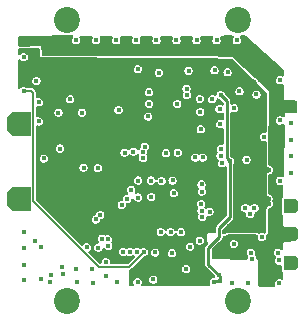
<source format=gbr>
%TF.GenerationSoftware,KiCad,Pcbnew,9.0.0*%
%TF.CreationDate,2025-03-28T18:18:21+01:00*%
%TF.ProjectId,cansatperso,63616e73-6174-4706-9572-736f2e6b6963,rev?*%
%TF.SameCoordinates,Original*%
%TF.FileFunction,Copper,L4,Inr*%
%TF.FilePolarity,Positive*%
%FSLAX46Y46*%
G04 Gerber Fmt 4.6, Leading zero omitted, Abs format (unit mm)*
G04 Created by KiCad (PCBNEW 9.0.0) date 2025-03-28 18:18:21*
%MOMM*%
%LPD*%
G01*
G04 APERTURE LIST*
G04 Aperture macros list*
%AMOutline5P*
0 Free polygon, 5 corners , with rotation*
0 The origin of the aperture is its center*
0 number of corners: always 5*
0 $1 to $10 corner X, Y*
0 $11 Rotation angle, in degrees counterclockwise*
0 create outline with 5 corners*
4,1,5,$1,$2,$3,$4,$5,$6,$7,$8,$9,$10,$1,$2,$11*%
%AMOutline6P*
0 Free polygon, 6 corners , with rotation*
0 The origin of the aperture is its center*
0 number of corners: always 6*
0 $1 to $12 corner X, Y*
0 $13 Rotation angle, in degrees counterclockwise*
0 create outline with 6 corners*
4,1,6,$1,$2,$3,$4,$5,$6,$7,$8,$9,$10,$11,$12,$1,$2,$13*%
%AMOutline7P*
0 Free polygon, 7 corners , with rotation*
0 The origin of the aperture is its center*
0 number of corners: always 7*
0 $1 to $14 corner X, Y*
0 $15 Rotation angle, in degrees counterclockwise*
0 create outline with 7 corners*
4,1,7,$1,$2,$3,$4,$5,$6,$7,$8,$9,$10,$11,$12,$13,$14,$1,$2,$15*%
%AMOutline8P*
0 Free polygon, 8 corners , with rotation*
0 The origin of the aperture is its center*
0 number of corners: always 8*
0 $1 to $16 corner X, Y*
0 $17 Rotation angle, in degrees counterclockwise*
0 create outline with 8 corners*
4,1,8,$1,$2,$3,$4,$5,$6,$7,$8,$9,$10,$11,$12,$13,$14,$15,$16,$1,$2,$17*%
%AMFreePoly0*
4,1,7,1.000000,0.600000,1.000000,-1.000000,-1.000000,-1.000000,-1.000000,0.600000,-0.600000,1.000000,0.600000,1.000000,1.000000,0.600000,1.000000,0.600000,$1*%
G04 Aperture macros list end*
%TA.AperFunction,ComponentPad*%
%ADD10C,2.200000*%
%TD*%
%TA.AperFunction,ComponentPad*%
%ADD11Outline6P,-0.600000X0.360000X-0.360000X0.600000X0.360000X0.600000X0.600000X0.360000X0.600000X-0.600000X-0.600000X-0.600000X270.000000*%
%TD*%
%TA.AperFunction,ComponentPad*%
%ADD12FreePoly0,90.000000*%
%TD*%
%TA.AperFunction,ViaPad*%
%ADD13C,0.400000*%
%TD*%
%TA.AperFunction,Conductor*%
%ADD14C,0.250000*%
%TD*%
%TA.AperFunction,Conductor*%
%ADD15C,0.150000*%
%TD*%
G04 APERTURE END LIST*
D10*
%TO.N,GND*%
%TO.C,*%
X176700000Y-71600000D03*
%TD*%
%TO.N,GND*%
%TO.C,*%
X191200000Y-95400000D03*
%TD*%
D11*
%TO.N,TIM3_CHI_PWM4*%
%TO.C,REF\u002A\u002A2*%
X195660000Y-87340000D03*
%TD*%
D12*
%TO.N,GND*%
%TO.C,*%
X172680000Y-80400000D03*
%TD*%
D11*
%TO.N,+5V*%
%TO.C,REF\u002A\u002A1*%
X195660000Y-89740000D03*
%TD*%
D10*
%TO.N,GND*%
%TO.C,*%
X176700000Y-95400000D03*
%TD*%
%TO.N,GND*%
%TO.C,*%
X191200000Y-71600000D03*
%TD*%
D11*
%TO.N,GND*%
%TO.C,REF\u002A\u002A*%
X195660000Y-92190000D03*
%TD*%
D12*
%TO.N,VIN*%
%TO.C,REF\u002A\u002A*%
X172675000Y-86705000D03*
%TD*%
D13*
%TO.N,+3.3V*%
X190420521Y-89010521D03*
%TO.N,ADC1_IN2_CURR*%
X174500000Y-90800000D03*
%TO.N,+3.3V*%
X179000000Y-79425000D03*
%TO.N,GND*%
X176000000Y-79425000D03*
%TO.N,I2C1_SDA*%
X178000000Y-79425000D03*
X181600000Y-82800000D03*
%TO.N,GND*%
X176360000Y-93120000D03*
X184730000Y-85210000D03*
X176140000Y-82470000D03*
X194760000Y-76690000D03*
X195710000Y-81720000D03*
X192250000Y-88020000D03*
X182160000Y-85940000D03*
X188060000Y-80840000D03*
X191100000Y-73300000D03*
X174140000Y-76740000D03*
X186860000Y-77390000D03*
X182600000Y-73300000D03*
X189650000Y-79120000D03*
X190880000Y-79060000D03*
X175390000Y-93170000D03*
X194680000Y-91940000D03*
X180900000Y-73300000D03*
X185500000Y-89530000D03*
X183680000Y-78680000D03*
X178400000Y-90820000D03*
X173080000Y-74720000D03*
X186880000Y-77930000D03*
X186810000Y-92670000D03*
X182750000Y-85180000D03*
X194760000Y-85190000D03*
X186380000Y-89540000D03*
X183870000Y-86560000D03*
X185770000Y-86240000D03*
X175330000Y-93790000D03*
X182730000Y-75760000D03*
X179340000Y-84110000D03*
X191820000Y-87500000D03*
X192290000Y-91270000D03*
X177500000Y-73300000D03*
X188800000Y-87800000D03*
X174340000Y-78550000D03*
X183840000Y-85180000D03*
X176300000Y-92500000D03*
X183670000Y-77690000D03*
X187970000Y-90257500D03*
X178860000Y-92680000D03*
X187700000Y-73300000D03*
X184670000Y-89530000D03*
X184040000Y-93547500D03*
X182700000Y-93770000D03*
X194580000Y-91267500D03*
X189400000Y-73300000D03*
X174340000Y-80170000D03*
X178930000Y-93810000D03*
X189690000Y-80400000D03*
X182750000Y-86610000D03*
X179200000Y-73300000D03*
X181370000Y-87230000D03*
X192770000Y-77880000D03*
X178130000Y-84070000D03*
X181100000Y-79200000D03*
X192420000Y-91820000D03*
X189020000Y-78290000D03*
X174000000Y-90300000D03*
X183600000Y-79750000D03*
X191330000Y-77620000D03*
X185670000Y-85170000D03*
X181840000Y-86720000D03*
X194760000Y-80090000D03*
X181000000Y-93770000D03*
X177480000Y-92630000D03*
X184300000Y-73300000D03*
X177600000Y-93770000D03*
X186000000Y-73300000D03*
X188010000Y-79360000D03*
X192600000Y-87500000D03*
%TO.N,+3.3V*%
X193380000Y-84040000D03*
X190050000Y-89495521D03*
X189750000Y-81710000D03*
X193800000Y-86700000D03*
X189950000Y-84530000D03*
X187800000Y-75020000D03*
X190070000Y-85070000D03*
X193830000Y-84270000D03*
X195710000Y-80320000D03*
X173070000Y-76130000D03*
X186180000Y-91660000D03*
X188320000Y-75010000D03*
X185110000Y-91730000D03*
X181090000Y-83220000D03*
X192570000Y-76830000D03*
X183050000Y-75090000D03*
X193816587Y-87131306D03*
X187000000Y-91430000D03*
X193150000Y-82610000D03*
X185020000Y-92422500D03*
X180140000Y-83220000D03*
%TO.N,NRST*%
X173080000Y-93590000D03*
X179380000Y-90850660D03*
%TO.N,USART3_RX*%
X180000000Y-93270000D03*
%TO.N,SDDETECT*%
X193396250Y-81483750D03*
X184190000Y-91260000D03*
%TO.N,+5V*%
X189147500Y-91280000D03*
X193490000Y-93810000D03*
X181560000Y-74390000D03*
X173070000Y-73460000D03*
X181541494Y-73890340D03*
X175170000Y-73890000D03*
X175170000Y-74330000D03*
X194280000Y-88840000D03*
X194280000Y-89310000D03*
X195710000Y-78920000D03*
%TO.N,ADC1_IN3_VBAT*%
X174770000Y-83300000D03*
X179180000Y-88470000D03*
%TO.N,ADC1_IN2_CURR*%
X179541191Y-88089171D03*
%TO.N,I2C3_SDA_ACCEL*%
X185110000Y-82870000D03*
X195710000Y-83120000D03*
X189860000Y-83705000D03*
%TO.N,I2C1_SCL*%
X177000000Y-78300000D03*
%TO.N,I2C3_SCL_ACCEL*%
X188090000Y-87150000D03*
X191937000Y-83410000D03*
X195710000Y-84520000D03*
%TO.N,3.3VEN*%
X189655249Y-93721215D03*
X189160000Y-93790000D03*
X189740000Y-77920000D03*
X190530166Y-83559834D03*
X189610000Y-93200000D03*
%TO.N,SPI1_CS_SD*%
X182650000Y-91240000D03*
X190330000Y-76010000D03*
%TO.N,SPI1_MISO_SD*%
X181480000Y-91210000D03*
X184510000Y-76050000D03*
%TO.N,SPI1_SCK_SD*%
X180225170Y-90704168D03*
X187020000Y-75880000D03*
%TO.N,SPI1_MOSI_SD*%
X189220000Y-75840000D03*
X182060000Y-91220000D03*
%TO.N,USART1_RX_GPS*%
X189730000Y-83060000D03*
X183132230Y-82772331D03*
%TO.N,USART1_TX_GPS*%
X183185000Y-83269541D03*
X189760000Y-82490000D03*
%TO.N,LPUART1_RX_RADIO*%
X186065000Y-78680000D03*
X179690000Y-90100000D03*
%TO.N,LPUART1_TX_RADIO*%
X187160000Y-90760000D03*
X187976943Y-78256943D03*
%TO.N,GPIO_EXTI1*%
X173070000Y-77580000D03*
X183230000Y-91230000D03*
%TO.N,SWO*%
X183310000Y-82305000D03*
X173090000Y-89490000D03*
%TO.N,SWDIO*%
X188230000Y-83220000D03*
X173070000Y-92300000D03*
%TO.N,I2C1_SCL*%
X186100000Y-82800000D03*
%TO.N,SWCLK{slash}I2C1_SDA*%
X173070000Y-90900000D03*
X187585000Y-83220000D03*
%TO.N,TIM3_CHI_PWM4*%
X188120000Y-87730000D03*
%TO.N,USART3_TX*%
X185620000Y-91330000D03*
X180020000Y-92060000D03*
%TO.N,D+*%
X193220000Y-89955000D03*
X188120000Y-85490000D03*
%TO.N,D-*%
X190860000Y-90540000D03*
X188150000Y-86110000D03*
%TO.N,PWEN*%
X188180000Y-88240000D03*
X194690000Y-93860000D03*
%TO.N,USBD+*%
X192060000Y-93870000D03*
%TO.N,USBD-*%
X190740000Y-93860000D03*
%TO.N,ADC2_IN17*%
X180190000Y-90150000D03*
X174500000Y-93530000D03*
%TO.N,USART3_RX*%
X182345000Y-82715000D03*
%TD*%
D14*
%TO.N,3.3VEN*%
X189610000Y-93200000D02*
X189655249Y-93245249D01*
X189655249Y-93721215D02*
X189228785Y-93721215D01*
X190530166Y-83559834D02*
X190275000Y-83304668D01*
X189228785Y-93721215D02*
X189160000Y-93790000D01*
X190275000Y-78455000D02*
X189740000Y-77920000D01*
X189655249Y-93245249D02*
X189655249Y-93721215D01*
X190275000Y-83304668D02*
X190275000Y-78455000D01*
D15*
%TO.N,GPIO_EXTI1*%
X173720000Y-77580000D02*
X173864815Y-77724815D01*
X179430000Y-92470000D02*
X181990000Y-92470000D01*
X181990000Y-92470000D02*
X183230000Y-91230000D01*
X173864815Y-77724815D02*
X173864815Y-86904815D01*
X173070000Y-77580000D02*
X173720000Y-77580000D01*
X173864815Y-86904815D02*
X179430000Y-92470000D01*
D14*
%TO.N,3.3VEN*%
X190550000Y-88280000D02*
X190550000Y-83579668D01*
X189625000Y-89945000D02*
X189625000Y-89205000D01*
X188710000Y-92300000D02*
X188710000Y-90860000D01*
X188710000Y-90860000D02*
X189625000Y-89945000D01*
X189625000Y-89205000D02*
X190550000Y-88280000D01*
X190550000Y-83579668D02*
X190530166Y-83559834D01*
X189610000Y-93200000D02*
X188710000Y-92300000D01*
%TD*%
%TA.AperFunction,Conductor*%
%TO.N,+5V*%
G36*
X176585806Y-72848001D02*
G01*
X176601583Y-72850500D01*
X176798417Y-72850500D01*
X176810304Y-72848617D01*
X177155738Y-72849565D01*
X177222717Y-72869433D01*
X177268327Y-72922362D01*
X177278081Y-72991548D01*
X177248882Y-73055023D01*
X177243075Y-73061244D01*
X177219531Y-73084788D01*
X177219526Y-73084794D01*
X177173388Y-73164706D01*
X177173387Y-73164709D01*
X177149500Y-73253856D01*
X177149500Y-73346143D01*
X177173387Y-73435290D01*
X177173388Y-73435293D01*
X177219526Y-73515205D01*
X177219529Y-73515209D01*
X177219531Y-73515212D01*
X177284788Y-73580469D01*
X177284791Y-73580470D01*
X177284794Y-73580473D01*
X177364706Y-73626611D01*
X177364707Y-73626611D01*
X177364712Y-73626614D01*
X177453856Y-73650500D01*
X177453858Y-73650500D01*
X177546142Y-73650500D01*
X177546144Y-73650500D01*
X177635288Y-73626614D01*
X177715212Y-73580469D01*
X177780469Y-73515212D01*
X177826614Y-73435288D01*
X177850500Y-73346144D01*
X177850500Y-73253856D01*
X177826614Y-73164712D01*
X177826611Y-73164706D01*
X177790910Y-73102871D01*
X177774436Y-73034971D01*
X177797288Y-72968944D01*
X177852208Y-72925753D01*
X177921762Y-72919111D01*
X177945746Y-72926308D01*
X177980009Y-72940500D01*
X177980011Y-72940500D01*
X178788061Y-72940500D01*
X178855100Y-72960185D01*
X178900855Y-73012989D01*
X178910799Y-73082147D01*
X178895447Y-73126502D01*
X178873386Y-73164709D01*
X178849500Y-73253856D01*
X178849500Y-73346143D01*
X178873387Y-73435290D01*
X178873388Y-73435293D01*
X178919526Y-73515205D01*
X178919529Y-73515209D01*
X178919531Y-73515212D01*
X178984788Y-73580469D01*
X178984791Y-73580470D01*
X178984794Y-73580473D01*
X179064706Y-73626611D01*
X179064707Y-73626611D01*
X179064712Y-73626614D01*
X179153856Y-73650500D01*
X179153858Y-73650500D01*
X179246142Y-73650500D01*
X179246144Y-73650500D01*
X179335288Y-73626614D01*
X179415212Y-73580469D01*
X179480469Y-73515212D01*
X179526614Y-73435288D01*
X179550500Y-73346144D01*
X179550500Y-73253856D01*
X179526614Y-73164712D01*
X179526613Y-73164711D01*
X179526613Y-73164709D01*
X179504553Y-73126502D01*
X179488079Y-73058602D01*
X179510931Y-72992574D01*
X179565851Y-72949383D01*
X179611939Y-72940500D01*
X180488061Y-72940500D01*
X180555100Y-72960185D01*
X180600855Y-73012989D01*
X180610799Y-73082147D01*
X180595447Y-73126502D01*
X180573386Y-73164709D01*
X180549500Y-73253856D01*
X180549500Y-73346143D01*
X180573387Y-73435290D01*
X180573388Y-73435293D01*
X180619526Y-73515205D01*
X180619529Y-73515209D01*
X180619531Y-73515212D01*
X180684788Y-73580469D01*
X180684791Y-73580470D01*
X180684794Y-73580473D01*
X180764706Y-73626611D01*
X180764707Y-73626611D01*
X180764712Y-73626614D01*
X180853856Y-73650500D01*
X180853858Y-73650500D01*
X180946142Y-73650500D01*
X180946144Y-73650500D01*
X181035288Y-73626614D01*
X181115212Y-73580469D01*
X181180469Y-73515212D01*
X181226614Y-73435288D01*
X181250500Y-73346144D01*
X181250500Y-73253856D01*
X181226614Y-73164712D01*
X181226613Y-73164711D01*
X181226613Y-73164709D01*
X181204553Y-73126502D01*
X181188079Y-73058602D01*
X181210931Y-72992574D01*
X181265851Y-72949383D01*
X181311939Y-72940500D01*
X182188061Y-72940500D01*
X182255100Y-72960185D01*
X182300855Y-73012989D01*
X182310799Y-73082147D01*
X182295447Y-73126502D01*
X182273386Y-73164709D01*
X182249500Y-73253856D01*
X182249500Y-73346143D01*
X182273387Y-73435290D01*
X182273388Y-73435293D01*
X182319526Y-73515205D01*
X182319529Y-73515209D01*
X182319531Y-73515212D01*
X182384788Y-73580469D01*
X182384791Y-73580470D01*
X182384794Y-73580473D01*
X182464706Y-73626611D01*
X182464707Y-73626611D01*
X182464712Y-73626614D01*
X182553856Y-73650500D01*
X182553858Y-73650500D01*
X182646142Y-73650500D01*
X182646144Y-73650500D01*
X182735288Y-73626614D01*
X182815212Y-73580469D01*
X182880469Y-73515212D01*
X182926614Y-73435288D01*
X182950500Y-73346144D01*
X182950500Y-73253856D01*
X182926614Y-73164712D01*
X182926613Y-73164711D01*
X182926613Y-73164709D01*
X182904553Y-73126502D01*
X182888079Y-73058602D01*
X182910931Y-72992574D01*
X182965851Y-72949383D01*
X183011939Y-72940500D01*
X183888061Y-72940500D01*
X183955100Y-72960185D01*
X184000855Y-73012989D01*
X184010799Y-73082147D01*
X183995447Y-73126502D01*
X183973386Y-73164709D01*
X183949500Y-73253856D01*
X183949500Y-73346143D01*
X183973387Y-73435290D01*
X183973388Y-73435293D01*
X184019526Y-73515205D01*
X184019529Y-73515209D01*
X184019531Y-73515212D01*
X184084788Y-73580469D01*
X184084791Y-73580470D01*
X184084794Y-73580473D01*
X184164706Y-73626611D01*
X184164707Y-73626611D01*
X184164712Y-73626614D01*
X184253856Y-73650500D01*
X184253858Y-73650500D01*
X184346142Y-73650500D01*
X184346144Y-73650500D01*
X184435288Y-73626614D01*
X184515212Y-73580469D01*
X184580469Y-73515212D01*
X184626614Y-73435288D01*
X184650500Y-73346144D01*
X184650500Y-73253856D01*
X184626614Y-73164712D01*
X184626613Y-73164711D01*
X184626613Y-73164709D01*
X184604553Y-73126502D01*
X184588079Y-73058602D01*
X184610931Y-72992574D01*
X184665851Y-72949383D01*
X184711939Y-72940500D01*
X185588061Y-72940500D01*
X185655100Y-72960185D01*
X185700855Y-73012989D01*
X185710799Y-73082147D01*
X185695447Y-73126502D01*
X185673386Y-73164709D01*
X185649500Y-73253856D01*
X185649500Y-73346143D01*
X185673387Y-73435290D01*
X185673388Y-73435293D01*
X185719526Y-73515205D01*
X185719529Y-73515209D01*
X185719531Y-73515212D01*
X185784788Y-73580469D01*
X185784791Y-73580470D01*
X185784794Y-73580473D01*
X185864706Y-73626611D01*
X185864707Y-73626611D01*
X185864712Y-73626614D01*
X185953856Y-73650500D01*
X185953858Y-73650500D01*
X186046142Y-73650500D01*
X186046144Y-73650500D01*
X186135288Y-73626614D01*
X186215212Y-73580469D01*
X186280469Y-73515212D01*
X186326614Y-73435288D01*
X186350500Y-73346144D01*
X186350500Y-73253856D01*
X186326614Y-73164712D01*
X186326613Y-73164711D01*
X186326613Y-73164709D01*
X186304553Y-73126502D01*
X186288079Y-73058602D01*
X186310931Y-72992574D01*
X186365851Y-72949383D01*
X186411939Y-72940500D01*
X187288061Y-72940500D01*
X187355100Y-72960185D01*
X187400855Y-73012989D01*
X187410799Y-73082147D01*
X187395447Y-73126502D01*
X187373386Y-73164709D01*
X187349500Y-73253856D01*
X187349500Y-73346143D01*
X187373387Y-73435290D01*
X187373388Y-73435293D01*
X187419526Y-73515205D01*
X187419529Y-73515209D01*
X187419531Y-73515212D01*
X187484788Y-73580469D01*
X187484791Y-73580470D01*
X187484794Y-73580473D01*
X187564706Y-73626611D01*
X187564707Y-73626611D01*
X187564712Y-73626614D01*
X187653856Y-73650500D01*
X187653858Y-73650500D01*
X187746142Y-73650500D01*
X187746144Y-73650500D01*
X187835288Y-73626614D01*
X187915212Y-73580469D01*
X187980469Y-73515212D01*
X188026614Y-73435288D01*
X188050500Y-73346144D01*
X188050500Y-73253856D01*
X188026614Y-73164712D01*
X188026613Y-73164711D01*
X188026613Y-73164709D01*
X188004553Y-73126502D01*
X187988079Y-73058602D01*
X188010931Y-72992574D01*
X188065851Y-72949383D01*
X188111939Y-72940500D01*
X188988061Y-72940500D01*
X189055100Y-72960185D01*
X189100855Y-73012989D01*
X189110799Y-73082147D01*
X189095447Y-73126502D01*
X189073386Y-73164709D01*
X189049500Y-73253856D01*
X189049500Y-73346143D01*
X189073387Y-73435290D01*
X189073388Y-73435293D01*
X189119526Y-73515205D01*
X189119529Y-73515209D01*
X189119531Y-73515212D01*
X189184788Y-73580469D01*
X189184791Y-73580470D01*
X189184794Y-73580473D01*
X189264706Y-73626611D01*
X189264707Y-73626611D01*
X189264712Y-73626614D01*
X189353856Y-73650500D01*
X189353858Y-73650500D01*
X189446142Y-73650500D01*
X189446144Y-73650500D01*
X189535288Y-73626614D01*
X189615212Y-73580469D01*
X189680469Y-73515212D01*
X189726614Y-73435288D01*
X189750500Y-73346144D01*
X189750500Y-73253856D01*
X189726614Y-73164712D01*
X189726613Y-73164711D01*
X189726613Y-73164709D01*
X189704553Y-73126502D01*
X189688079Y-73058602D01*
X189710931Y-72992574D01*
X189765851Y-72949383D01*
X189783595Y-72943783D01*
X189797577Y-72940500D01*
X189880009Y-72940500D01*
X189919991Y-72940500D01*
X189956929Y-72925200D01*
X189985200Y-72896929D01*
X189985421Y-72896394D01*
X190020200Y-72888229D01*
X190021254Y-72888287D01*
X190022181Y-72887781D01*
X190048869Y-72884947D01*
X190720357Y-72886790D01*
X190787339Y-72906658D01*
X190832948Y-72959587D01*
X190842702Y-73028773D01*
X190822310Y-73077008D01*
X190823594Y-73077750D01*
X190773388Y-73164706D01*
X190773387Y-73164709D01*
X190749500Y-73253856D01*
X190749500Y-73346143D01*
X190773387Y-73435290D01*
X190773388Y-73435293D01*
X190819526Y-73515205D01*
X190819529Y-73515209D01*
X190819531Y-73515212D01*
X190884788Y-73580469D01*
X190884791Y-73580470D01*
X190884794Y-73580473D01*
X190964706Y-73626611D01*
X190964707Y-73626611D01*
X190964712Y-73626614D01*
X191053856Y-73650500D01*
X191053858Y-73650500D01*
X191146142Y-73650500D01*
X191146144Y-73650500D01*
X191235288Y-73626614D01*
X191315212Y-73580469D01*
X191380469Y-73515212D01*
X191426614Y-73435288D01*
X191450500Y-73346144D01*
X191450500Y-73253856D01*
X191426614Y-73164712D01*
X191426611Y-73164706D01*
X191376406Y-73077750D01*
X191378618Y-73076472D01*
X191358021Y-73023212D01*
X191372051Y-72954765D01*
X191420859Y-72904770D01*
X191481929Y-72888880D01*
X191842398Y-72889869D01*
X191909382Y-72909738D01*
X191925287Y-72921952D01*
X195028731Y-75732082D01*
X195065212Y-75791670D01*
X195069500Y-75823998D01*
X195069500Y-76249967D01*
X195049815Y-76317006D01*
X194997011Y-76362761D01*
X194927853Y-76372705D01*
X194898058Y-76364533D01*
X194895290Y-76363387D01*
X194895289Y-76363386D01*
X194895288Y-76363386D01*
X194806144Y-76339500D01*
X194713856Y-76339500D01*
X194624712Y-76363386D01*
X194624711Y-76363386D01*
X194624709Y-76363387D01*
X194624706Y-76363388D01*
X194544794Y-76409526D01*
X194544785Y-76409533D01*
X194479533Y-76474785D01*
X194479526Y-76474794D01*
X194433388Y-76554706D01*
X194433387Y-76554709D01*
X194433386Y-76554711D01*
X194433386Y-76554712D01*
X194409500Y-76643856D01*
X194409500Y-76736144D01*
X194422897Y-76786144D01*
X194433387Y-76825290D01*
X194433388Y-76825293D01*
X194479526Y-76905205D01*
X194479529Y-76905209D01*
X194479531Y-76905212D01*
X194544788Y-76970469D01*
X194544791Y-76970470D01*
X194544794Y-76970473D01*
X194624706Y-77016611D01*
X194624707Y-77016611D01*
X194624712Y-77016614D01*
X194713856Y-77040500D01*
X194713858Y-77040500D01*
X194806142Y-77040500D01*
X194806144Y-77040500D01*
X194895288Y-77016614D01*
X194895296Y-77016609D01*
X194898049Y-77015470D01*
X194900566Y-77015199D01*
X194903139Y-77014510D01*
X194903246Y-77014911D01*
X194967518Y-77008002D01*
X195029997Y-77039278D01*
X195065649Y-77099367D01*
X195069500Y-77130032D01*
X195069500Y-78249992D01*
X195084799Y-78286928D01*
X195121707Y-78323836D01*
X195118514Y-78327028D01*
X195147799Y-78361994D01*
X195149717Y-78371291D01*
X195158303Y-78380000D01*
X196076004Y-78388809D01*
X196142850Y-78409136D01*
X196188096Y-78462377D01*
X196198806Y-78513997D01*
X196191180Y-79305888D01*
X196170851Y-79372735D01*
X196117609Y-79417979D01*
X196067364Y-79428694D01*
X195156746Y-79429999D01*
X195156745Y-79430000D01*
X195155604Y-79699432D01*
X195135636Y-79766388D01*
X195082638Y-79811919D01*
X195013438Y-79821569D01*
X194969604Y-79806293D01*
X194949858Y-79794892D01*
X194895290Y-79763386D01*
X194835858Y-79747462D01*
X194806144Y-79739500D01*
X194713856Y-79739500D01*
X194624712Y-79763386D01*
X194624711Y-79763386D01*
X194624709Y-79763387D01*
X194624706Y-79763388D01*
X194544794Y-79809526D01*
X194544785Y-79809533D01*
X194479533Y-79874785D01*
X194479526Y-79874794D01*
X194433388Y-79954706D01*
X194433387Y-79954709D01*
X194409500Y-80043856D01*
X194409500Y-80136143D01*
X194433387Y-80225290D01*
X194433388Y-80225293D01*
X194479526Y-80305205D01*
X194479529Y-80305209D01*
X194479531Y-80305212D01*
X194544788Y-80370469D01*
X194544791Y-80370470D01*
X194544794Y-80370473D01*
X194624706Y-80416611D01*
X194624707Y-80416611D01*
X194624712Y-80416614D01*
X194713856Y-80440500D01*
X194713858Y-80440500D01*
X194806142Y-80440500D01*
X194806144Y-80440500D01*
X194895288Y-80416614D01*
X194966287Y-80375621D01*
X195034182Y-80359149D01*
X195100210Y-80382000D01*
X195143402Y-80436920D01*
X195152284Y-80483534D01*
X195148373Y-81407534D01*
X195140000Y-83554820D01*
X195138778Y-84789314D01*
X195119027Y-84856334D01*
X195066178Y-84902036D01*
X194997009Y-84911911D01*
X194952777Y-84896578D01*
X194940571Y-84889531D01*
X194895288Y-84863386D01*
X194806144Y-84839500D01*
X194713856Y-84839500D01*
X194624712Y-84863386D01*
X194624711Y-84863386D01*
X194624709Y-84863387D01*
X194624706Y-84863388D01*
X194544794Y-84909526D01*
X194544785Y-84909533D01*
X194479533Y-84974785D01*
X194479526Y-84974794D01*
X194433388Y-85054706D01*
X194433387Y-85054709D01*
X194433386Y-85054711D01*
X194433386Y-85054712D01*
X194410667Y-85139500D01*
X194409500Y-85143856D01*
X194409500Y-85236143D01*
X194433387Y-85325290D01*
X194433388Y-85325293D01*
X194479526Y-85405205D01*
X194479529Y-85405209D01*
X194479531Y-85405212D01*
X194544788Y-85470469D01*
X194544791Y-85470470D01*
X194544794Y-85470473D01*
X194624706Y-85516611D01*
X194624707Y-85516611D01*
X194624712Y-85516614D01*
X194713856Y-85540500D01*
X194713858Y-85540500D01*
X194806142Y-85540500D01*
X194806144Y-85540500D01*
X194895288Y-85516614D01*
X194895289Y-85516613D01*
X194903139Y-85514510D01*
X194904045Y-85517892D01*
X194957520Y-85512145D01*
X195019998Y-85543422D01*
X195055649Y-85603512D01*
X195059500Y-85634174D01*
X195059500Y-86493051D01*
X195039815Y-86560090D01*
X195004391Y-86596153D01*
X194951495Y-86631496D01*
X194918234Y-86681275D01*
X194918231Y-86681282D01*
X194909500Y-86725177D01*
X194909500Y-86725180D01*
X194909500Y-87954820D01*
X194909500Y-87954822D01*
X194909499Y-87954822D01*
X194918231Y-87998717D01*
X194918234Y-87998724D01*
X194951494Y-88048502D01*
X194951495Y-88048502D01*
X194951496Y-88048504D01*
X195001278Y-88081767D01*
X195001280Y-88081767D01*
X195004390Y-88083845D01*
X195049195Y-88137457D01*
X195059500Y-88186948D01*
X195059500Y-88999992D01*
X195074799Y-89036928D01*
X195098147Y-89060276D01*
X195131632Y-89121599D01*
X195134466Y-89148079D01*
X195134375Y-89239999D01*
X195134375Y-89240000D01*
X195664485Y-89248085D01*
X195731216Y-89268790D01*
X195776160Y-89322286D01*
X195786546Y-89375483D01*
X195762967Y-90232170D01*
X195762889Y-90232408D01*
X195762953Y-90232652D01*
X195752104Y-90265720D01*
X195741445Y-90298642D01*
X195741251Y-90298800D01*
X195741173Y-90299040D01*
X195714261Y-90320917D01*
X195687403Y-90342927D01*
X195687085Y-90343010D01*
X195686958Y-90343114D01*
X195652798Y-90351989D01*
X195503123Y-90368731D01*
X195489339Y-90369500D01*
X195140007Y-90369500D01*
X195103071Y-90384799D01*
X195074799Y-90413071D01*
X195059500Y-90450007D01*
X195059500Y-90951957D01*
X195039815Y-91018996D01*
X194987011Y-91064751D01*
X194917853Y-91074695D01*
X194854297Y-91045670D01*
X194847819Y-91039638D01*
X194795214Y-90987033D01*
X194795212Y-90987031D01*
X194795209Y-90987029D01*
X194795205Y-90987026D01*
X194715293Y-90940888D01*
X194715290Y-90940887D01*
X194715289Y-90940886D01*
X194715288Y-90940886D01*
X194626144Y-90917000D01*
X194533856Y-90917000D01*
X194444712Y-90940886D01*
X194444711Y-90940886D01*
X194444709Y-90940887D01*
X194444706Y-90940888D01*
X194364794Y-90987026D01*
X194364785Y-90987033D01*
X194299533Y-91052285D01*
X194299526Y-91052294D01*
X194253388Y-91132206D01*
X194253387Y-91132209D01*
X194253386Y-91132211D01*
X194253386Y-91132212D01*
X194229500Y-91221356D01*
X194229500Y-91313644D01*
X194251376Y-91395288D01*
X194253387Y-91402790D01*
X194253388Y-91402793D01*
X194299526Y-91482705D01*
X194299529Y-91482709D01*
X194299531Y-91482712D01*
X194364788Y-91547969D01*
X194364791Y-91547971D01*
X194371237Y-91552917D01*
X194369593Y-91555059D01*
X194408654Y-91596026D01*
X194421875Y-91664634D01*
X194401460Y-91716518D01*
X194403594Y-91717750D01*
X194353388Y-91804706D01*
X194353387Y-91804709D01*
X194353386Y-91804711D01*
X194353386Y-91804712D01*
X194329500Y-91893856D01*
X194329500Y-91986144D01*
X194348382Y-92056614D01*
X194353387Y-92075290D01*
X194353388Y-92075293D01*
X194399526Y-92155205D01*
X194399529Y-92155209D01*
X194399531Y-92155212D01*
X194464788Y-92220469D01*
X194464791Y-92220470D01*
X194464794Y-92220473D01*
X194544706Y-92266611D01*
X194544707Y-92266611D01*
X194544712Y-92266614D01*
X194633856Y-92290500D01*
X194633858Y-92290500D01*
X194726142Y-92290500D01*
X194726144Y-92290500D01*
X194753406Y-92283195D01*
X194823255Y-92284856D01*
X194881118Y-92324018D01*
X194908623Y-92388246D01*
X194909500Y-92402969D01*
X194909500Y-92804820D01*
X194909500Y-92804822D01*
X194909499Y-92804822D01*
X194918231Y-92848717D01*
X194918234Y-92848724D01*
X194951494Y-92898502D01*
X194951495Y-92898502D01*
X194951496Y-92898504D01*
X195001278Y-92931767D01*
X195001280Y-92931767D01*
X195004390Y-92933845D01*
X195049195Y-92987457D01*
X195059500Y-93036948D01*
X195059500Y-93453834D01*
X195039815Y-93520873D01*
X194987011Y-93566628D01*
X194917853Y-93576572D01*
X194873499Y-93561221D01*
X194825289Y-93533386D01*
X194778589Y-93520873D01*
X194736144Y-93509500D01*
X194643856Y-93509500D01*
X194554712Y-93533386D01*
X194554711Y-93533386D01*
X194554709Y-93533387D01*
X194554706Y-93533388D01*
X194474794Y-93579526D01*
X194474785Y-93579533D01*
X194409533Y-93644785D01*
X194409526Y-93644794D01*
X194363388Y-93724706D01*
X194363387Y-93724709D01*
X194363386Y-93724711D01*
X194363386Y-93724712D01*
X194351959Y-93767359D01*
X194339500Y-93813856D01*
X194339500Y-93906145D01*
X194362401Y-93991615D01*
X194360738Y-94061465D01*
X194321575Y-94119327D01*
X194257346Y-94146830D01*
X194242384Y-94147707D01*
X193014448Y-94145309D01*
X192947447Y-94125493D01*
X192901795Y-94072600D01*
X192890692Y-94020775D01*
X192900000Y-91880000D01*
X192899998Y-91879999D01*
X192899999Y-91879999D01*
X192890551Y-91879798D01*
X192823947Y-91858688D01*
X192779329Y-91804920D01*
X192772906Y-91781624D01*
X192772603Y-91781706D01*
X192770500Y-91773856D01*
X192746614Y-91684712D01*
X192746120Y-91683856D01*
X192700473Y-91604794D01*
X192700471Y-91604791D01*
X192700469Y-91604788D01*
X192641328Y-91545647D01*
X192607844Y-91484323D01*
X192612829Y-91414632D01*
X192614450Y-91410510D01*
X192616608Y-91405298D01*
X192616614Y-91405288D01*
X192640500Y-91316144D01*
X192640500Y-91223856D01*
X192616614Y-91134712D01*
X192615169Y-91132209D01*
X192570473Y-91054794D01*
X192570470Y-91054791D01*
X192570469Y-91054788D01*
X192505212Y-90989531D01*
X192505209Y-90989529D01*
X192505205Y-90989526D01*
X192425293Y-90943388D01*
X192425290Y-90943387D01*
X192425289Y-90943386D01*
X192425288Y-90943386D01*
X192336144Y-90919500D01*
X192243856Y-90919500D01*
X192154712Y-90943386D01*
X192154711Y-90943386D01*
X192154709Y-90943387D01*
X192154706Y-90943388D01*
X192074794Y-90989526D01*
X192074785Y-90989533D01*
X192009533Y-91054785D01*
X192009526Y-91054794D01*
X191963388Y-91134706D01*
X191963387Y-91134709D01*
X191963386Y-91134711D01*
X191963386Y-91134712D01*
X191939500Y-91223856D01*
X191939500Y-91316144D01*
X191962876Y-91403386D01*
X191963387Y-91405290D01*
X191963388Y-91405293D01*
X192009526Y-91485205D01*
X192009529Y-91485209D01*
X192009531Y-91485212D01*
X192039107Y-91514788D01*
X192068671Y-91544352D01*
X192074916Y-91555789D01*
X192084824Y-91564252D01*
X192091337Y-91585864D01*
X192102155Y-91605676D01*
X192101687Y-91620206D01*
X192104986Y-91631150D01*
X192100616Y-91653536D01*
X192100212Y-91666120D01*
X192096378Y-91679529D01*
X192093386Y-91684712D01*
X192070850Y-91768817D01*
X192070562Y-91769825D01*
X192052416Y-91798507D01*
X192034748Y-91827493D01*
X192033780Y-91827962D01*
X192033207Y-91828870D01*
X192002438Y-91843187D01*
X191971901Y-91858021D01*
X191970312Y-91858136D01*
X191969860Y-91858347D01*
X191969012Y-91858231D01*
X191948695Y-91859710D01*
X189106856Y-91799103D01*
X189040252Y-91777993D01*
X188995633Y-91724226D01*
X188985500Y-91675131D01*
X188985500Y-91025477D01*
X189005185Y-90958438D01*
X189021819Y-90937796D01*
X189465760Y-90493856D01*
X190509500Y-90493856D01*
X190509500Y-90586144D01*
X190530552Y-90664712D01*
X190533387Y-90675290D01*
X190533388Y-90675293D01*
X190579526Y-90755205D01*
X190579529Y-90755209D01*
X190579531Y-90755212D01*
X190644788Y-90820469D01*
X190644791Y-90820470D01*
X190644794Y-90820473D01*
X190724706Y-90866611D01*
X190724707Y-90866611D01*
X190724712Y-90866614D01*
X190813856Y-90890500D01*
X190813858Y-90890500D01*
X190906142Y-90890500D01*
X190906144Y-90890500D01*
X190995288Y-90866614D01*
X191075212Y-90820469D01*
X191140469Y-90755212D01*
X191186614Y-90675288D01*
X191210500Y-90586144D01*
X191210500Y-90493856D01*
X191186614Y-90404712D01*
X191186611Y-90404706D01*
X191140473Y-90324794D01*
X191140470Y-90324791D01*
X191140469Y-90324788D01*
X191075212Y-90259531D01*
X191075209Y-90259529D01*
X191075205Y-90259526D01*
X190995293Y-90213388D01*
X190995290Y-90213387D01*
X190995289Y-90213386D01*
X190995288Y-90213386D01*
X190906144Y-90189500D01*
X190813856Y-90189500D01*
X190724712Y-90213386D01*
X190724711Y-90213386D01*
X190724709Y-90213387D01*
X190724706Y-90213388D01*
X190644794Y-90259526D01*
X190644785Y-90259533D01*
X190579533Y-90324785D01*
X190579526Y-90324794D01*
X190533388Y-90404706D01*
X190533387Y-90404709D01*
X190533386Y-90404711D01*
X190533386Y-90404712D01*
X190509500Y-90493856D01*
X189465760Y-90493856D01*
X189561568Y-90398048D01*
X189707897Y-90251719D01*
X189858557Y-90101059D01*
X189871012Y-90070989D01*
X189900500Y-89999800D01*
X189900500Y-89954031D01*
X189904557Y-89938563D01*
X189914665Y-89921779D01*
X189920185Y-89902982D01*
X189932319Y-89892466D01*
X189940605Y-89878711D01*
X189958182Y-89870056D01*
X189972989Y-89857227D01*
X189993149Y-89852841D01*
X190003289Y-89847849D01*
X190011688Y-89848808D01*
X190024500Y-89846021D01*
X190096142Y-89846021D01*
X190096144Y-89846021D01*
X190185288Y-89822135D01*
X190265212Y-89775990D01*
X190265217Y-89775984D01*
X190271658Y-89771043D01*
X190272510Y-89772154D01*
X190326206Y-89742834D01*
X190352564Y-89740000D01*
X192753145Y-89740000D01*
X192820184Y-89759685D01*
X192865939Y-89812489D01*
X192875883Y-89881647D01*
X192872920Y-89896092D01*
X192869500Y-89908854D01*
X192869500Y-89908856D01*
X192869500Y-90001144D01*
X192891912Y-90084788D01*
X192893387Y-90090290D01*
X192893388Y-90090293D01*
X192939526Y-90170205D01*
X192939529Y-90170209D01*
X192939531Y-90170212D01*
X193004788Y-90235469D01*
X193004791Y-90235470D01*
X193004794Y-90235473D01*
X193084706Y-90281611D01*
X193084707Y-90281611D01*
X193084712Y-90281614D01*
X193173856Y-90305500D01*
X193173858Y-90305500D01*
X193266142Y-90305500D01*
X193266144Y-90305500D01*
X193355288Y-90281614D01*
X193435212Y-90235469D01*
X193500469Y-90170212D01*
X193546614Y-90090288D01*
X193570500Y-90001144D01*
X193570500Y-89908856D01*
X193567080Y-89896092D01*
X193568743Y-89826242D01*
X193607906Y-89768380D01*
X193672135Y-89740877D01*
X193686855Y-89740000D01*
X193770000Y-89740000D01*
X193775301Y-87600072D01*
X193795152Y-87533082D01*
X193848069Y-87487458D01*
X193867196Y-87480609D01*
X193951875Y-87457920D01*
X194031799Y-87411775D01*
X194097056Y-87346518D01*
X194143201Y-87266594D01*
X194167087Y-87177450D01*
X194167087Y-87085162D01*
X194143201Y-86996018D01*
X194143200Y-86996017D01*
X194143200Y-86996015D01*
X194124305Y-86963290D01*
X194107831Y-86895390D01*
X194124305Y-86839285D01*
X194126614Y-86835288D01*
X194150500Y-86746144D01*
X194150500Y-86653856D01*
X194126614Y-86564712D01*
X194126120Y-86563856D01*
X194080473Y-86484794D01*
X194080470Y-86484791D01*
X194080469Y-86484788D01*
X194015212Y-86419531D01*
X194015209Y-86419529D01*
X194015205Y-86419526D01*
X193935293Y-86373388D01*
X193935287Y-86373385D01*
X193870585Y-86356048D01*
X193810925Y-86319683D01*
X193780397Y-86256836D01*
X193778680Y-86235973D01*
X193782385Y-84740461D01*
X193802236Y-84673472D01*
X193855153Y-84627848D01*
X193874293Y-84620995D01*
X193876140Y-84620500D01*
X193876144Y-84620500D01*
X193965288Y-84596614D01*
X194045212Y-84550469D01*
X194110469Y-84485212D01*
X194156614Y-84405288D01*
X194180500Y-84316144D01*
X194180500Y-84223856D01*
X194156614Y-84134712D01*
X194115705Y-84063856D01*
X194110473Y-84054794D01*
X194110470Y-84054791D01*
X194110469Y-84054788D01*
X194045212Y-83989531D01*
X194045209Y-83989529D01*
X194045205Y-83989526D01*
X193965293Y-83943388D01*
X193965292Y-83943387D01*
X193876622Y-83919628D01*
X193816962Y-83883262D01*
X193786433Y-83820415D01*
X193784716Y-83799546D01*
X193785322Y-83554820D01*
X193800000Y-77630000D01*
X193799999Y-77629999D01*
X192951287Y-76827679D01*
X192916697Y-76769666D01*
X192896614Y-76694712D01*
X192867252Y-76643856D01*
X192850473Y-76614794D01*
X192850470Y-76614791D01*
X192850469Y-76614788D01*
X192785212Y-76549531D01*
X192785209Y-76549529D01*
X192785205Y-76549526D01*
X192705293Y-76503388D01*
X192705290Y-76503387D01*
X192705289Y-76503386D01*
X192705288Y-76503386D01*
X192616144Y-76479500D01*
X192616143Y-76479500D01*
X192608294Y-76477397D01*
X192608716Y-76475818D01*
X192553520Y-76451397D01*
X192548439Y-76446852D01*
X191683412Y-75629109D01*
X190690001Y-74690000D01*
X190689998Y-74689999D01*
X188400210Y-74664614D01*
X188384582Y-74664440D01*
X188366144Y-74659500D01*
X188273856Y-74659500D01*
X188260551Y-74663064D01*
X188243525Y-74662876D01*
X183925056Y-74615000D01*
X174709189Y-74600191D01*
X174642181Y-74580399D01*
X174596511Y-74527521D01*
X174585477Y-74480896D01*
X174560000Y-73810000D01*
X174559999Y-73810000D01*
X174559999Y-73809999D01*
X172696301Y-73837073D01*
X172628983Y-73818364D01*
X172582466Y-73766230D01*
X172570500Y-73713086D01*
X172570500Y-73064500D01*
X172590185Y-72997461D01*
X172642989Y-72951706D01*
X172694500Y-72940500D01*
X175419989Y-72940500D01*
X175419991Y-72940500D01*
X175456929Y-72925200D01*
X175485200Y-72896929D01*
X175485200Y-72896928D01*
X175493836Y-72888293D01*
X175495435Y-72889892D01*
X175536508Y-72855565D01*
X175586338Y-72845259D01*
X176585806Y-72848001D01*
G37*
%TD.AperFunction*%
%TD*%
%TA.AperFunction,Conductor*%
%TO.N,+3.3V*%
G36*
X174356578Y-73988157D02*
G01*
X174403095Y-74040291D01*
X174414972Y-74088729D01*
X174430089Y-74486802D01*
X174434155Y-74516698D01*
X174434158Y-74516714D01*
X174445189Y-74563327D01*
X174445192Y-74563334D01*
X174478826Y-74629159D01*
X174478832Y-74629167D01*
X174524492Y-74682034D01*
X174529467Y-74687524D01*
X174529469Y-74687526D01*
X174598133Y-74729530D01*
X174598135Y-74729531D01*
X174622753Y-74736802D01*
X174665141Y-74749322D01*
X174665144Y-74749322D01*
X174665146Y-74749323D01*
X174708931Y-74755690D01*
X174708939Y-74755691D01*
X183923632Y-74770497D01*
X183924748Y-74770504D01*
X188241801Y-74818366D01*
X188241808Y-74818367D01*
X188258834Y-74818555D01*
X188283560Y-74815438D01*
X188287814Y-74815198D01*
X188288632Y-74815388D01*
X188294826Y-74815000D01*
X188338475Y-74815000D01*
X188355342Y-74816152D01*
X188382851Y-74819930D01*
X188398479Y-74820104D01*
X188398486Y-74820104D01*
X190578877Y-74844275D01*
X190645691Y-74864701D01*
X190662677Y-74878153D01*
X192404525Y-76524788D01*
X192441611Y-76559847D01*
X192444784Y-76562766D01*
X192449838Y-76567287D01*
X192449842Y-76567289D01*
X192449848Y-76567295D01*
X192490603Y-76593600D01*
X192545799Y-76618021D01*
X192545799Y-76618020D01*
X192570712Y-76629043D01*
X192572143Y-76628924D01*
X192579329Y-76630621D01*
X192629500Y-76644064D01*
X192659407Y-76656452D01*
X192675594Y-76665798D01*
X192701267Y-76685496D01*
X192714496Y-76698725D01*
X192734203Y-76724408D01*
X192743548Y-76740595D01*
X192755934Y-76770497D01*
X192766497Y-76809918D01*
X192766498Y-76809921D01*
X192783135Y-76849300D01*
X192817721Y-76907307D01*
X192817727Y-76907315D01*
X192844466Y-76940681D01*
X193605384Y-77660006D01*
X193640578Y-77720364D01*
X193644200Y-77750422D01*
X193636090Y-81023858D01*
X193616239Y-81090849D01*
X193563322Y-81136473D01*
X193494139Y-81146245D01*
X193480002Y-81143327D01*
X193442394Y-81133250D01*
X193350106Y-81133250D01*
X193260962Y-81157136D01*
X193260961Y-81157136D01*
X193260959Y-81157137D01*
X193260956Y-81157138D01*
X193181044Y-81203276D01*
X193181035Y-81203283D01*
X193115783Y-81268535D01*
X193115776Y-81268544D01*
X193069638Y-81348456D01*
X193069637Y-81348459D01*
X193069636Y-81348461D01*
X193069636Y-81348462D01*
X193045750Y-81437606D01*
X193045750Y-81529894D01*
X193066391Y-81606929D01*
X193069637Y-81619040D01*
X193069638Y-81619043D01*
X193115776Y-81698955D01*
X193115779Y-81698959D01*
X193115781Y-81698962D01*
X193181038Y-81764219D01*
X193181041Y-81764220D01*
X193181044Y-81764223D01*
X193260956Y-81810361D01*
X193260957Y-81810361D01*
X193260962Y-81810364D01*
X193350106Y-81834250D01*
X193350108Y-81834250D01*
X193442390Y-81834250D01*
X193442394Y-81834250D01*
X193477717Y-81824785D01*
X193547563Y-81826448D01*
X193605426Y-81865610D01*
X193632931Y-81929838D01*
X193633808Y-81944867D01*
X193629216Y-83799180D01*
X193629738Y-83812276D01*
X193631457Y-83833167D01*
X193646560Y-83888355D01*
X193646561Y-83888357D01*
X193646562Y-83888360D01*
X193677091Y-83951207D01*
X193677097Y-83951218D01*
X193680482Y-83957784D01*
X193736027Y-84016039D01*
X193795687Y-84052405D01*
X193836365Y-84069825D01*
X193836371Y-84069826D01*
X193836376Y-84069829D01*
X193889497Y-84084062D01*
X193919405Y-84096451D01*
X193935594Y-84105798D01*
X193961271Y-84125500D01*
X193974494Y-84138723D01*
X193994200Y-84164404D01*
X194003549Y-84180597D01*
X194015936Y-84210501D01*
X194020774Y-84228555D01*
X194025000Y-84260651D01*
X194025000Y-84279348D01*
X194020774Y-84311444D01*
X194015936Y-84329498D01*
X194003549Y-84359403D01*
X193994201Y-84375594D01*
X193974495Y-84401274D01*
X193961274Y-84414495D01*
X193935594Y-84434201D01*
X193919403Y-84443549D01*
X193889497Y-84455936D01*
X193872467Y-84460500D01*
X193838801Y-84469521D01*
X193838664Y-84469556D01*
X193834038Y-84470795D01*
X193821883Y-84474593D01*
X193802742Y-84481446D01*
X193802739Y-84481447D01*
X193802736Y-84481448D01*
X193802735Y-84481449D01*
X193753613Y-84510077D01*
X193753610Y-84510079D01*
X193700689Y-84555706D01*
X193695209Y-84560663D01*
X193695208Y-84560665D01*
X193653143Y-84629291D01*
X193653142Y-84629294D01*
X193633295Y-84696271D01*
X193633291Y-84696288D01*
X193626885Y-84740065D01*
X193626885Y-84740076D01*
X193623180Y-86235588D01*
X193623704Y-86248727D01*
X193623705Y-86248739D01*
X193625421Y-86269593D01*
X193640524Y-86324773D01*
X193640526Y-86324779D01*
X193671054Y-86387626D01*
X193671064Y-86387646D01*
X193674446Y-86394206D01*
X193729989Y-86452459D01*
X193729991Y-86452460D01*
X193729992Y-86452461D01*
X193789652Y-86488826D01*
X193830338Y-86506249D01*
X193842471Y-86509500D01*
X193859496Y-86514062D01*
X193889397Y-86526446D01*
X193905595Y-86535798D01*
X193931269Y-86555498D01*
X193939627Y-86563856D01*
X193944494Y-86568723D01*
X193964200Y-86594404D01*
X193973549Y-86610597D01*
X193985936Y-86640501D01*
X193990774Y-86658555D01*
X193995000Y-86690651D01*
X193995000Y-86709349D01*
X193990774Y-86741445D01*
X193980584Y-86779472D01*
X193976255Y-86791981D01*
X193976348Y-86792015D01*
X193975102Y-86795478D01*
X193958631Y-86851574D01*
X193958628Y-86851584D01*
X193958628Y-86851585D01*
X193956715Y-86932054D01*
X193973187Y-86999950D01*
X193973188Y-86999953D01*
X193989637Y-87041039D01*
X193989639Y-87041043D01*
X193990131Y-87041894D01*
X193990581Y-87042982D01*
X193991571Y-87045018D01*
X193991449Y-87045076D01*
X194002521Y-87071800D01*
X194007362Y-87089868D01*
X194011587Y-87121957D01*
X194011587Y-87140654D01*
X194007361Y-87172750D01*
X194002523Y-87190804D01*
X193990136Y-87220709D01*
X193980788Y-87236900D01*
X193961082Y-87262580D01*
X193947861Y-87275801D01*
X193922177Y-87295509D01*
X193905990Y-87304854D01*
X193876089Y-87317239D01*
X193826959Y-87330404D01*
X193814766Y-87334214D01*
X193795649Y-87341059D01*
X193795641Y-87341063D01*
X193746529Y-87369686D01*
X193693605Y-87415316D01*
X193688129Y-87420270D01*
X193688124Y-87420276D01*
X193646061Y-87488899D01*
X193646058Y-87488905D01*
X193626209Y-87555889D01*
X193626208Y-87555895D01*
X193619801Y-87599678D01*
X193619801Y-87599688D01*
X193615056Y-89514832D01*
X193595205Y-89581823D01*
X193560100Y-89617525D01*
X193551140Y-89623530D01*
X193546696Y-89625434D01*
X193539963Y-89628509D01*
X193527144Y-89639615D01*
X193520776Y-89643885D01*
X193494464Y-89652166D01*
X193469374Y-89663624D01*
X193461610Y-89662507D01*
X193454129Y-89664862D01*
X193427517Y-89657603D01*
X193400216Y-89653677D01*
X193389731Y-89648272D01*
X193355289Y-89628386D01*
X193288484Y-89610486D01*
X193266144Y-89604500D01*
X193173856Y-89604500D01*
X193084711Y-89628386D01*
X193050160Y-89648335D01*
X192982260Y-89664808D01*
X192923620Y-89646828D01*
X192863999Y-89610486D01*
X192863993Y-89610483D01*
X192796957Y-89590799D01*
X192796947Y-89590797D01*
X192753148Y-89584500D01*
X192753145Y-89584500D01*
X190352564Y-89584500D01*
X190335956Y-89585390D01*
X190335947Y-89585390D01*
X190335941Y-89585391D01*
X190335935Y-89585391D01*
X190335904Y-89585394D01*
X190309582Y-89588224D01*
X190309580Y-89588225D01*
X190251684Y-89606354D01*
X190251682Y-89606355D01*
X190231152Y-89617565D01*
X190231151Y-89617564D01*
X190187503Y-89641397D01*
X190187461Y-89641324D01*
X190184361Y-89643113D01*
X190183053Y-89643828D01*
X190183013Y-89643851D01*
X190160657Y-89656058D01*
X190155150Y-89659977D01*
X190139405Y-89669068D01*
X190109501Y-89681456D01*
X190091442Y-89686295D01*
X190059349Y-89690521D01*
X190024500Y-89690521D01*
X189957461Y-89670836D01*
X189911706Y-89618032D01*
X189900500Y-89566521D01*
X189900500Y-89370477D01*
X189920185Y-89303438D01*
X189936819Y-89282796D01*
X190340115Y-88879500D01*
X190783558Y-88436058D01*
X190783558Y-88436056D01*
X190783560Y-88436055D01*
X190811070Y-88369637D01*
X190825500Y-88334800D01*
X190825500Y-88225200D01*
X190825500Y-87453856D01*
X191469500Y-87453856D01*
X191469500Y-87546144D01*
X191483844Y-87599678D01*
X191493387Y-87635290D01*
X191493388Y-87635293D01*
X191539526Y-87715205D01*
X191539529Y-87715209D01*
X191539531Y-87715212D01*
X191604788Y-87780469D01*
X191604791Y-87780470D01*
X191604794Y-87780473D01*
X191684706Y-87826611D01*
X191684707Y-87826611D01*
X191684712Y-87826614D01*
X191773856Y-87850500D01*
X191773858Y-87850500D01*
X191775500Y-87850500D01*
X191776834Y-87850891D01*
X191781916Y-87851561D01*
X191781811Y-87852353D01*
X191842539Y-87870185D01*
X191888294Y-87922989D01*
X191899500Y-87974500D01*
X191899500Y-88066144D01*
X191922103Y-88150500D01*
X191923387Y-88155290D01*
X191923388Y-88155293D01*
X191969526Y-88235205D01*
X191969529Y-88235209D01*
X191969531Y-88235212D01*
X192034788Y-88300469D01*
X192034791Y-88300470D01*
X192034794Y-88300473D01*
X192114706Y-88346611D01*
X192114707Y-88346611D01*
X192114712Y-88346614D01*
X192203856Y-88370500D01*
X192203858Y-88370500D01*
X192296142Y-88370500D01*
X192296144Y-88370500D01*
X192385288Y-88346614D01*
X192465212Y-88300469D01*
X192530469Y-88235212D01*
X192576614Y-88155288D01*
X192600500Y-88066144D01*
X192600500Y-87973856D01*
X192600500Y-87965729D01*
X192601905Y-87965729D01*
X192611323Y-87905306D01*
X192657698Y-87853046D01*
X192691404Y-87838372D01*
X192735288Y-87826614D01*
X192815212Y-87780469D01*
X192880469Y-87715212D01*
X192926614Y-87635288D01*
X192950500Y-87546144D01*
X192950500Y-87453856D01*
X192926614Y-87364712D01*
X192926611Y-87364706D01*
X192880473Y-87284794D01*
X192880470Y-87284791D01*
X192880469Y-87284788D01*
X192815212Y-87219531D01*
X192815209Y-87219529D01*
X192815205Y-87219526D01*
X192735293Y-87173388D01*
X192735290Y-87173387D01*
X192735289Y-87173386D01*
X192735288Y-87173386D01*
X192646144Y-87149500D01*
X192553856Y-87149500D01*
X192464712Y-87173386D01*
X192464711Y-87173386D01*
X192464709Y-87173387D01*
X192464706Y-87173388D01*
X192384794Y-87219526D01*
X192384785Y-87219533D01*
X192319533Y-87284785D01*
X192319528Y-87284791D01*
X192317386Y-87288503D01*
X192314758Y-87291008D01*
X192314583Y-87291237D01*
X192314547Y-87291209D01*
X192266818Y-87336718D01*
X192198210Y-87349939D01*
X192133346Y-87323970D01*
X192102614Y-87288503D01*
X192100471Y-87284791D01*
X192100466Y-87284785D01*
X192035214Y-87219533D01*
X192035212Y-87219531D01*
X192035209Y-87219529D01*
X192035205Y-87219526D01*
X191955293Y-87173388D01*
X191955290Y-87173387D01*
X191955289Y-87173386D01*
X191955288Y-87173386D01*
X191866144Y-87149500D01*
X191773856Y-87149500D01*
X191684712Y-87173386D01*
X191684711Y-87173386D01*
X191684709Y-87173387D01*
X191684706Y-87173388D01*
X191604794Y-87219526D01*
X191604785Y-87219533D01*
X191539533Y-87284785D01*
X191539526Y-87284794D01*
X191493388Y-87364706D01*
X191493387Y-87364709D01*
X191493386Y-87364711D01*
X191493386Y-87364712D01*
X191469500Y-87453856D01*
X190825500Y-87453856D01*
X190825500Y-83782524D01*
X190842115Y-83720521D01*
X190842705Y-83719500D01*
X190856780Y-83695122D01*
X190880666Y-83605978D01*
X190880666Y-83513690D01*
X190856780Y-83424546D01*
X190856779Y-83424545D01*
X190856779Y-83424543D01*
X190852844Y-83417728D01*
X190852843Y-83417727D01*
X190835407Y-83387528D01*
X190821740Y-83363856D01*
X191586500Y-83363856D01*
X191586500Y-83456144D01*
X191602327Y-83515212D01*
X191610387Y-83545290D01*
X191610388Y-83545293D01*
X191656526Y-83625205D01*
X191656529Y-83625209D01*
X191656531Y-83625212D01*
X191721788Y-83690469D01*
X191721791Y-83690470D01*
X191721794Y-83690473D01*
X191801706Y-83736611D01*
X191801707Y-83736611D01*
X191801712Y-83736614D01*
X191890856Y-83760500D01*
X191890858Y-83760500D01*
X191983142Y-83760500D01*
X191983144Y-83760500D01*
X192072288Y-83736614D01*
X192152212Y-83690469D01*
X192217469Y-83625212D01*
X192263614Y-83545288D01*
X192287500Y-83456144D01*
X192287500Y-83363856D01*
X192263614Y-83274712D01*
X192263611Y-83274706D01*
X192217473Y-83194794D01*
X192217470Y-83194791D01*
X192217469Y-83194788D01*
X192152212Y-83129531D01*
X192152209Y-83129529D01*
X192152205Y-83129526D01*
X192072293Y-83083388D01*
X192072290Y-83083387D01*
X192072289Y-83083386D01*
X192072288Y-83083386D01*
X191983144Y-83059500D01*
X191890856Y-83059500D01*
X191801712Y-83083386D01*
X191801711Y-83083386D01*
X191801709Y-83083387D01*
X191801706Y-83083388D01*
X191721794Y-83129526D01*
X191721785Y-83129533D01*
X191656533Y-83194785D01*
X191656526Y-83194794D01*
X191610388Y-83274706D01*
X191610387Y-83274709D01*
X191610386Y-83274711D01*
X191610386Y-83274712D01*
X191586500Y-83363856D01*
X190821740Y-83363856D01*
X190810635Y-83344622D01*
X190745378Y-83279365D01*
X190745375Y-83279363D01*
X190745371Y-83279360D01*
X190665459Y-83233222D01*
X190665455Y-83233220D01*
X190642403Y-83227043D01*
X190582744Y-83190676D01*
X190552216Y-83127829D01*
X190550500Y-83107269D01*
X190550500Y-79489260D01*
X190570185Y-79422221D01*
X190622989Y-79376466D01*
X190692147Y-79366522D01*
X190736502Y-79381874D01*
X190744708Y-79386612D01*
X190744712Y-79386614D01*
X190833856Y-79410500D01*
X190833858Y-79410500D01*
X190926142Y-79410500D01*
X190926144Y-79410500D01*
X191015288Y-79386614D01*
X191095212Y-79340469D01*
X191160469Y-79275212D01*
X191206614Y-79195288D01*
X191230500Y-79106144D01*
X191230500Y-79013856D01*
X191206614Y-78924712D01*
X191203620Y-78919526D01*
X191160473Y-78844794D01*
X191160470Y-78844791D01*
X191160469Y-78844788D01*
X191095212Y-78779531D01*
X191095209Y-78779529D01*
X191095205Y-78779526D01*
X191015293Y-78733388D01*
X191015290Y-78733387D01*
X191015289Y-78733386D01*
X191015288Y-78733386D01*
X190926144Y-78709500D01*
X190833856Y-78709500D01*
X190744712Y-78733386D01*
X190744711Y-78733386D01*
X190744709Y-78733387D01*
X190744708Y-78733387D01*
X190736497Y-78738128D01*
X190668596Y-78754598D01*
X190602570Y-78731744D01*
X190559381Y-78676822D01*
X190550500Y-78630739D01*
X190550500Y-78400202D01*
X190550500Y-78400200D01*
X190520841Y-78328599D01*
X190508557Y-78298941D01*
X190508555Y-78298939D01*
X190508555Y-78298938D01*
X190116566Y-77906950D01*
X190084473Y-77851364D01*
X190066614Y-77784712D01*
X190049626Y-77755288D01*
X190020473Y-77704794D01*
X190020470Y-77704791D01*
X190020469Y-77704788D01*
X189955212Y-77639531D01*
X189955209Y-77639529D01*
X189955205Y-77639526D01*
X189875293Y-77593388D01*
X189875290Y-77593387D01*
X189875289Y-77593386D01*
X189875288Y-77593386D01*
X189802401Y-77573856D01*
X190979500Y-77573856D01*
X190979500Y-77666144D01*
X191002082Y-77750422D01*
X191003387Y-77755290D01*
X191003388Y-77755293D01*
X191049526Y-77835205D01*
X191049529Y-77835209D01*
X191049531Y-77835212D01*
X191114788Y-77900469D01*
X191114791Y-77900470D01*
X191114794Y-77900473D01*
X191194706Y-77946611D01*
X191194707Y-77946611D01*
X191194712Y-77946614D01*
X191283856Y-77970500D01*
X191283858Y-77970500D01*
X191376142Y-77970500D01*
X191376144Y-77970500D01*
X191465288Y-77946614D01*
X191545212Y-77900469D01*
X191610469Y-77835212D01*
X191611252Y-77833856D01*
X192419500Y-77833856D01*
X192419500Y-77926144D01*
X192441843Y-78009531D01*
X192443387Y-78015290D01*
X192443388Y-78015293D01*
X192489526Y-78095205D01*
X192489529Y-78095209D01*
X192489531Y-78095212D01*
X192554788Y-78160469D01*
X192554791Y-78160470D01*
X192554794Y-78160473D01*
X192634706Y-78206611D01*
X192634707Y-78206611D01*
X192634712Y-78206614D01*
X192723856Y-78230500D01*
X192723858Y-78230500D01*
X192816142Y-78230500D01*
X192816144Y-78230500D01*
X192905288Y-78206614D01*
X192985212Y-78160469D01*
X193050469Y-78095212D01*
X193096614Y-78015288D01*
X193120500Y-77926144D01*
X193120500Y-77833856D01*
X193096614Y-77744712D01*
X193093251Y-77738887D01*
X193050473Y-77664794D01*
X193050470Y-77664791D01*
X193050469Y-77664788D01*
X192985212Y-77599531D01*
X192985209Y-77599529D01*
X192985205Y-77599526D01*
X192905293Y-77553388D01*
X192905290Y-77553387D01*
X192905289Y-77553386D01*
X192905288Y-77553386D01*
X192816144Y-77529500D01*
X192723856Y-77529500D01*
X192634712Y-77553386D01*
X192634711Y-77553386D01*
X192634709Y-77553387D01*
X192634706Y-77553388D01*
X192554794Y-77599526D01*
X192554785Y-77599533D01*
X192489533Y-77664785D01*
X192489526Y-77664794D01*
X192443388Y-77744706D01*
X192443387Y-77744709D01*
X192443386Y-77744711D01*
X192443386Y-77744712D01*
X192419500Y-77833856D01*
X191611252Y-77833856D01*
X191627624Y-77805500D01*
X191651739Y-77763732D01*
X191651741Y-77763728D01*
X191656614Y-77755288D01*
X191680500Y-77666144D01*
X191680500Y-77573856D01*
X191656614Y-77484712D01*
X191650888Y-77474794D01*
X191610473Y-77404794D01*
X191610470Y-77404791D01*
X191610469Y-77404788D01*
X191545212Y-77339531D01*
X191545209Y-77339529D01*
X191545205Y-77339526D01*
X191465293Y-77293388D01*
X191465290Y-77293387D01*
X191465289Y-77293386D01*
X191465288Y-77293386D01*
X191376144Y-77269500D01*
X191283856Y-77269500D01*
X191194712Y-77293386D01*
X191194711Y-77293386D01*
X191194709Y-77293387D01*
X191194706Y-77293388D01*
X191114794Y-77339526D01*
X191114785Y-77339533D01*
X191049533Y-77404785D01*
X191049526Y-77404794D01*
X191003388Y-77484706D01*
X191003387Y-77484709D01*
X191003386Y-77484711D01*
X191003386Y-77484712D01*
X190979500Y-77573856D01*
X189802401Y-77573856D01*
X189786144Y-77569500D01*
X189693856Y-77569500D01*
X189604712Y-77593386D01*
X189604711Y-77593386D01*
X189604709Y-77593387D01*
X189604706Y-77593388D01*
X189524794Y-77639526D01*
X189524785Y-77639533D01*
X189459533Y-77704785D01*
X189459526Y-77704794D01*
X189413388Y-77784706D01*
X189413387Y-77784709D01*
X189413386Y-77784711D01*
X189413386Y-77784712D01*
X189399855Y-77835212D01*
X189389500Y-77873856D01*
X189389500Y-77883834D01*
X189369815Y-77950873D01*
X189317011Y-77996628D01*
X189247853Y-78006572D01*
X189203499Y-77991221D01*
X189155289Y-77963386D01*
X189108589Y-77950873D01*
X189066144Y-77939500D01*
X188973856Y-77939500D01*
X188884712Y-77963386D01*
X188884711Y-77963386D01*
X188884709Y-77963387D01*
X188884706Y-77963388D01*
X188804794Y-78009526D01*
X188804785Y-78009533D01*
X188739533Y-78074785D01*
X188739526Y-78074794D01*
X188693388Y-78154706D01*
X188693387Y-78154709D01*
X188693386Y-78154711D01*
X188693386Y-78154712D01*
X188669500Y-78243856D01*
X188669500Y-78336144D01*
X188690552Y-78414712D01*
X188693387Y-78425290D01*
X188693388Y-78425293D01*
X188739526Y-78505205D01*
X188739529Y-78505209D01*
X188739531Y-78505212D01*
X188804788Y-78570469D01*
X188804791Y-78570470D01*
X188804794Y-78570473D01*
X188884706Y-78616611D01*
X188884707Y-78616611D01*
X188884712Y-78616614D01*
X188973856Y-78640500D01*
X188973858Y-78640500D01*
X189066142Y-78640500D01*
X189066144Y-78640500D01*
X189155288Y-78616614D01*
X189235212Y-78570469D01*
X189300469Y-78505212D01*
X189346614Y-78425288D01*
X189370500Y-78336144D01*
X189370500Y-78326165D01*
X189390185Y-78259126D01*
X189442989Y-78213371D01*
X189512147Y-78203427D01*
X189540672Y-78211082D01*
X189548858Y-78214366D01*
X189604712Y-78246614D01*
X189678548Y-78266398D01*
X189685442Y-78269164D01*
X189701788Y-78282038D01*
X189726951Y-78296566D01*
X189963181Y-78532796D01*
X189996666Y-78594119D01*
X189999500Y-78620477D01*
X189999500Y-78702287D01*
X189979815Y-78769326D01*
X189927011Y-78815081D01*
X189857853Y-78825025D01*
X189813499Y-78809674D01*
X189785288Y-78793386D01*
X189696144Y-78769500D01*
X189603856Y-78769500D01*
X189514712Y-78793386D01*
X189514711Y-78793386D01*
X189514709Y-78793387D01*
X189514706Y-78793388D01*
X189434794Y-78839526D01*
X189434785Y-78839533D01*
X189369533Y-78904785D01*
X189369526Y-78904794D01*
X189323388Y-78984706D01*
X189323387Y-78984709D01*
X189323386Y-78984711D01*
X189323386Y-78984712D01*
X189299500Y-79073856D01*
X189299500Y-79166144D01*
X189320935Y-79246142D01*
X189323387Y-79255290D01*
X189323388Y-79255293D01*
X189369526Y-79335205D01*
X189369529Y-79335209D01*
X189369531Y-79335212D01*
X189434788Y-79400469D01*
X189434791Y-79400470D01*
X189434794Y-79400473D01*
X189514706Y-79446611D01*
X189514707Y-79446611D01*
X189514712Y-79446614D01*
X189603856Y-79470500D01*
X189603858Y-79470500D01*
X189696142Y-79470500D01*
X189696144Y-79470500D01*
X189785288Y-79446614D01*
X189813497Y-79430326D01*
X189881396Y-79413852D01*
X189947424Y-79436702D01*
X189990616Y-79491622D01*
X189999500Y-79537712D01*
X189999500Y-79959967D01*
X189979815Y-80027006D01*
X189927011Y-80072761D01*
X189857853Y-80082705D01*
X189828058Y-80074533D01*
X189825290Y-80073387D01*
X189825289Y-80073386D01*
X189825288Y-80073386D01*
X189736144Y-80049500D01*
X189643856Y-80049500D01*
X189554712Y-80073386D01*
X189554711Y-80073386D01*
X189554709Y-80073387D01*
X189554706Y-80073388D01*
X189474794Y-80119526D01*
X189474785Y-80119533D01*
X189409533Y-80184785D01*
X189409526Y-80184794D01*
X189363388Y-80264706D01*
X189363387Y-80264709D01*
X189363386Y-80264711D01*
X189363386Y-80264712D01*
X189339500Y-80353856D01*
X189339500Y-80446144D01*
X189359423Y-80520499D01*
X189363387Y-80535290D01*
X189363388Y-80535293D01*
X189409526Y-80615205D01*
X189409529Y-80615209D01*
X189409531Y-80615212D01*
X189474788Y-80680469D01*
X189474791Y-80680470D01*
X189474794Y-80680473D01*
X189554706Y-80726611D01*
X189554707Y-80726611D01*
X189554712Y-80726614D01*
X189643856Y-80750500D01*
X189643858Y-80750500D01*
X189736142Y-80750500D01*
X189736144Y-80750500D01*
X189825288Y-80726614D01*
X189825296Y-80726609D01*
X189828049Y-80725470D01*
X189830566Y-80725199D01*
X189833139Y-80724510D01*
X189833246Y-80724911D01*
X189897518Y-80718002D01*
X189959997Y-80749278D01*
X189995649Y-80809367D01*
X189999500Y-80840032D01*
X189999500Y-82029709D01*
X189979815Y-82096748D01*
X189927011Y-82142503D01*
X189857853Y-82152447D01*
X189843409Y-82149484D01*
X189806148Y-82139500D01*
X189806144Y-82139500D01*
X189713856Y-82139500D01*
X189624712Y-82163386D01*
X189624711Y-82163386D01*
X189624709Y-82163387D01*
X189624706Y-82163388D01*
X189544794Y-82209526D01*
X189544785Y-82209533D01*
X189479533Y-82274785D01*
X189479526Y-82274794D01*
X189433388Y-82354706D01*
X189433387Y-82354709D01*
X189433386Y-82354711D01*
X189433386Y-82354712D01*
X189409500Y-82443856D01*
X189409500Y-82536144D01*
X189428585Y-82607372D01*
X189433387Y-82625290D01*
X189433388Y-82625293D01*
X189472063Y-82692278D01*
X189488537Y-82760177D01*
X189465685Y-82826205D01*
X189452363Y-82841955D01*
X189449536Y-82844782D01*
X189449526Y-82844794D01*
X189403388Y-82924706D01*
X189403387Y-82924709D01*
X189403386Y-82924711D01*
X189403386Y-82924712D01*
X189379500Y-83013856D01*
X189379500Y-83106144D01*
X189403251Y-83194785D01*
X189403387Y-83195290D01*
X189403388Y-83195293D01*
X189449526Y-83275205D01*
X189449529Y-83275209D01*
X189449531Y-83275212D01*
X189514788Y-83340469D01*
X189514789Y-83340470D01*
X189514791Y-83340471D01*
X189520616Y-83343834D01*
X189568831Y-83394402D01*
X189582052Y-83463010D01*
X189566001Y-83513220D01*
X189533387Y-83569708D01*
X189533387Y-83569709D01*
X189533386Y-83569711D01*
X189533386Y-83569712D01*
X189509500Y-83658856D01*
X189509500Y-83751144D01*
X189530504Y-83829533D01*
X189533387Y-83840290D01*
X189533388Y-83840293D01*
X189579526Y-83920205D01*
X189579529Y-83920209D01*
X189579531Y-83920212D01*
X189644788Y-83985469D01*
X189644791Y-83985470D01*
X189644794Y-83985473D01*
X189724706Y-84031611D01*
X189724707Y-84031611D01*
X189724712Y-84031614D01*
X189813856Y-84055500D01*
X189813858Y-84055500D01*
X189906142Y-84055500D01*
X189906144Y-84055500D01*
X189995288Y-84031614D01*
X190022264Y-84016039D01*
X190082250Y-83981406D01*
X190082920Y-83982566D01*
X190140171Y-83960427D01*
X190208617Y-83974459D01*
X190258611Y-84023268D01*
X190274500Y-84083996D01*
X190274500Y-88114522D01*
X190254815Y-88181561D01*
X190238181Y-88202203D01*
X189468942Y-88971443D01*
X189391444Y-89048940D01*
X189349500Y-89150199D01*
X189349500Y-89473504D01*
X189329815Y-89540543D01*
X189277011Y-89586298D01*
X189207853Y-89596242D01*
X189190573Y-89592483D01*
X189184847Y-89590802D01*
X189184824Y-89590797D01*
X189141025Y-89584500D01*
X189141022Y-89584500D01*
X188832199Y-89584500D01*
X188832193Y-89584500D01*
X188800259Y-89587815D01*
X188750402Y-89598280D01*
X188682247Y-89631464D01*
X188682238Y-89631470D01*
X188628798Y-89676424D01*
X188623229Y-89681339D01*
X188623224Y-89681346D01*
X188583003Y-89745211D01*
X188580332Y-89749452D01*
X188564837Y-89799500D01*
X188559669Y-89816193D01*
X188559665Y-89816206D01*
X188552729Y-89859903D01*
X188548987Y-90115537D01*
X188548987Y-90115542D01*
X188548142Y-90173318D01*
X188548188Y-90180012D01*
X188548491Y-90190673D01*
X188558232Y-90240597D01*
X188581747Y-90303644D01*
X188582655Y-90306077D01*
X188585398Y-90312929D01*
X188640180Y-90382591D01*
X188639301Y-90383282D01*
X188643528Y-90386446D01*
X188652510Y-90410528D01*
X188665102Y-90432941D01*
X188664520Y-90442726D01*
X188667946Y-90451910D01*
X188662482Y-90477025D01*
X188660958Y-90502688D01*
X188654782Y-90512425D01*
X188653095Y-90520183D01*
X188631944Y-90548438D01*
X188553942Y-90626442D01*
X188553942Y-90626443D01*
X188476443Y-90703942D01*
X188434500Y-90805199D01*
X188434500Y-92354800D01*
X188465459Y-92429540D01*
X188465460Y-92429542D01*
X188476442Y-92456057D01*
X189233433Y-93213048D01*
X189241449Y-93226933D01*
X189251633Y-93236190D01*
X189265525Y-93268631D01*
X189269484Y-93283408D01*
X189267822Y-93353255D01*
X189228660Y-93411118D01*
X189164432Y-93438623D01*
X189149710Y-93439500D01*
X189113856Y-93439500D01*
X189024712Y-93463386D01*
X189024711Y-93463386D01*
X189024709Y-93463387D01*
X189024706Y-93463388D01*
X188944794Y-93509526D01*
X188944785Y-93509533D01*
X188879533Y-93574785D01*
X188879526Y-93574794D01*
X188833388Y-93654706D01*
X188833387Y-93654709D01*
X188833386Y-93654711D01*
X188833386Y-93654712D01*
X188809500Y-93743856D01*
X188809500Y-93836144D01*
X188830935Y-93916142D01*
X188833387Y-93925290D01*
X188833387Y-93925291D01*
X188848896Y-93952153D01*
X188865369Y-94020053D01*
X188842517Y-94086080D01*
X188787595Y-94129271D01*
X188741282Y-94138153D01*
X184162763Y-94129782D01*
X184162763Y-94129781D01*
X183915093Y-94129330D01*
X183915092Y-94129329D01*
X183915092Y-94129330D01*
X183112657Y-94127863D01*
X183045654Y-94108056D01*
X182999996Y-94055168D01*
X182990179Y-93985992D01*
X183005498Y-93941861D01*
X183008636Y-93936427D01*
X183026120Y-93906144D01*
X183026613Y-93905290D01*
X183026614Y-93905288D01*
X183050500Y-93816144D01*
X183050500Y-93723856D01*
X183026614Y-93634712D01*
X183004618Y-93596614D01*
X182980473Y-93554794D01*
X182980470Y-93554791D01*
X182980469Y-93554788D01*
X182927037Y-93501356D01*
X183689500Y-93501356D01*
X183689500Y-93593644D01*
X183711318Y-93675071D01*
X183713387Y-93682790D01*
X183713388Y-93682793D01*
X183759526Y-93762705D01*
X183759529Y-93762709D01*
X183759531Y-93762712D01*
X183824788Y-93827969D01*
X183824791Y-93827970D01*
X183824794Y-93827973D01*
X183904706Y-93874111D01*
X183904707Y-93874111D01*
X183904712Y-93874114D01*
X183993856Y-93898000D01*
X184086144Y-93898000D01*
X184175288Y-93874114D01*
X184255212Y-93827969D01*
X184320469Y-93762712D01*
X184366614Y-93682788D01*
X184390500Y-93593644D01*
X184390500Y-93501356D01*
X184366614Y-93412212D01*
X184366611Y-93412206D01*
X184320473Y-93332294D01*
X184320470Y-93332291D01*
X184320469Y-93332288D01*
X184255212Y-93267031D01*
X184255209Y-93267029D01*
X184255205Y-93267026D01*
X184175293Y-93220888D01*
X184175290Y-93220887D01*
X184175289Y-93220886D01*
X184175288Y-93220886D01*
X184086144Y-93197000D01*
X183993856Y-93197000D01*
X183904712Y-93220886D01*
X183904711Y-93220886D01*
X183904709Y-93220887D01*
X183904706Y-93220888D01*
X183824794Y-93267026D01*
X183824785Y-93267033D01*
X183759533Y-93332285D01*
X183759526Y-93332294D01*
X183713388Y-93412206D01*
X183713387Y-93412209D01*
X183713386Y-93412211D01*
X183713386Y-93412212D01*
X183689500Y-93501356D01*
X182927037Y-93501356D01*
X182915212Y-93489531D01*
X182915209Y-93489529D01*
X182915205Y-93489526D01*
X182835293Y-93443388D01*
X182835290Y-93443387D01*
X182835289Y-93443386D01*
X182835288Y-93443386D01*
X182746144Y-93419500D01*
X182653856Y-93419500D01*
X182564712Y-93443386D01*
X182564711Y-93443386D01*
X182564709Y-93443387D01*
X182564706Y-93443388D01*
X182484794Y-93489526D01*
X182484785Y-93489533D01*
X182419533Y-93554785D01*
X182419526Y-93554794D01*
X182373388Y-93634706D01*
X182373387Y-93634709D01*
X182373386Y-93634711D01*
X182373386Y-93634712D01*
X182349500Y-93723856D01*
X182349500Y-93816144D01*
X182352670Y-93827973D01*
X182373386Y-93905290D01*
X182393629Y-93940349D01*
X182410103Y-94008249D01*
X182387252Y-94074276D01*
X182332331Y-94117468D01*
X182286016Y-94126351D01*
X182115220Y-94126039D01*
X182048217Y-94106232D01*
X182002559Y-94053344D01*
X181991450Y-94001292D01*
X181998796Y-92792533D01*
X182004438Y-92773742D01*
X182005139Y-92754131D01*
X182014279Y-92740965D01*
X182018888Y-92725618D01*
X182033794Y-92712859D01*
X182044987Y-92696739D01*
X182069894Y-92681960D01*
X182071969Y-92680185D01*
X182075258Y-92678764D01*
X182093460Y-92671225D01*
X182117736Y-92661170D01*
X182155050Y-92623856D01*
X186459500Y-92623856D01*
X186459500Y-92716144D01*
X186479968Y-92792533D01*
X186483387Y-92805290D01*
X186483388Y-92805293D01*
X186529526Y-92885205D01*
X186529529Y-92885209D01*
X186529531Y-92885212D01*
X186594788Y-92950469D01*
X186594791Y-92950470D01*
X186594794Y-92950473D01*
X186674706Y-92996611D01*
X186674707Y-92996611D01*
X186674712Y-92996614D01*
X186763856Y-93020500D01*
X186763858Y-93020500D01*
X186856142Y-93020500D01*
X186856144Y-93020500D01*
X186945288Y-92996614D01*
X187025212Y-92950469D01*
X187090469Y-92885212D01*
X187136614Y-92805288D01*
X187160500Y-92716144D01*
X187160500Y-92623856D01*
X187136614Y-92534712D01*
X187136611Y-92534706D01*
X187090473Y-92454794D01*
X187090470Y-92454791D01*
X187090469Y-92454788D01*
X187025212Y-92389531D01*
X187025209Y-92389529D01*
X187025205Y-92389526D01*
X186945293Y-92343388D01*
X186945290Y-92343387D01*
X186945289Y-92343386D01*
X186945288Y-92343386D01*
X186856144Y-92319500D01*
X186763856Y-92319500D01*
X186674712Y-92343386D01*
X186674711Y-92343386D01*
X186674709Y-92343387D01*
X186674706Y-92343388D01*
X186594794Y-92389526D01*
X186594785Y-92389533D01*
X186529533Y-92454785D01*
X186529526Y-92454794D01*
X186483388Y-92534706D01*
X186483387Y-92534709D01*
X186483386Y-92534711D01*
X186483386Y-92534712D01*
X186459500Y-92623856D01*
X182155050Y-92623856D01*
X182181170Y-92597736D01*
X182181170Y-92597735D01*
X182198603Y-92580302D01*
X182198607Y-92580296D01*
X183162086Y-91616819D01*
X183223409Y-91583334D01*
X183249767Y-91580500D01*
X183276142Y-91580500D01*
X183276144Y-91580500D01*
X183365288Y-91556614D01*
X183445212Y-91510469D01*
X183510469Y-91445212D01*
X183556614Y-91365288D01*
X183580500Y-91276144D01*
X183580500Y-91213856D01*
X183839500Y-91213856D01*
X183839500Y-91306144D01*
X183862792Y-91393072D01*
X183863387Y-91395290D01*
X183863388Y-91395293D01*
X183909526Y-91475205D01*
X183909529Y-91475209D01*
X183909531Y-91475212D01*
X183974788Y-91540469D01*
X183974791Y-91540470D01*
X183974794Y-91540473D01*
X184054706Y-91586611D01*
X184054707Y-91586611D01*
X184054712Y-91586614D01*
X184143856Y-91610500D01*
X184143858Y-91610500D01*
X184236142Y-91610500D01*
X184236144Y-91610500D01*
X184325288Y-91586614D01*
X184405212Y-91540469D01*
X184470469Y-91475212D01*
X184516614Y-91395288D01*
X184540500Y-91306144D01*
X184540500Y-91283856D01*
X185269500Y-91283856D01*
X185269500Y-91376144D01*
X185290686Y-91455212D01*
X185293387Y-91465290D01*
X185293388Y-91465293D01*
X185339526Y-91545205D01*
X185339529Y-91545209D01*
X185339531Y-91545212D01*
X185404788Y-91610469D01*
X185404791Y-91610470D01*
X185404794Y-91610473D01*
X185484706Y-91656611D01*
X185484707Y-91656611D01*
X185484712Y-91656614D01*
X185573856Y-91680500D01*
X185573858Y-91680500D01*
X185666142Y-91680500D01*
X185666144Y-91680500D01*
X185755288Y-91656614D01*
X185835212Y-91610469D01*
X185900469Y-91545212D01*
X185946614Y-91465288D01*
X185970500Y-91376144D01*
X185970500Y-91283856D01*
X185946614Y-91194712D01*
X185946611Y-91194706D01*
X185900473Y-91114794D01*
X185900470Y-91114791D01*
X185900469Y-91114788D01*
X185835212Y-91049531D01*
X185835209Y-91049529D01*
X185835205Y-91049526D01*
X185755293Y-91003388D01*
X185755290Y-91003387D01*
X185755289Y-91003386D01*
X185755288Y-91003386D01*
X185666144Y-90979500D01*
X185573856Y-90979500D01*
X185484712Y-91003386D01*
X185484711Y-91003386D01*
X185484709Y-91003387D01*
X185484706Y-91003388D01*
X185404794Y-91049526D01*
X185404785Y-91049533D01*
X185339533Y-91114785D01*
X185339526Y-91114794D01*
X185293388Y-91194706D01*
X185293387Y-91194709D01*
X185293386Y-91194711D01*
X185293386Y-91194712D01*
X185269500Y-91283856D01*
X184540500Y-91283856D01*
X184540500Y-91213856D01*
X184516614Y-91124712D01*
X184516611Y-91124706D01*
X184470473Y-91044794D01*
X184470470Y-91044791D01*
X184470469Y-91044788D01*
X184405212Y-90979531D01*
X184405209Y-90979529D01*
X184405205Y-90979526D01*
X184325293Y-90933388D01*
X184325290Y-90933387D01*
X184325289Y-90933386D01*
X184325288Y-90933386D01*
X184236144Y-90909500D01*
X184143856Y-90909500D01*
X184054712Y-90933386D01*
X184054711Y-90933386D01*
X184054709Y-90933387D01*
X184054706Y-90933388D01*
X183974794Y-90979526D01*
X183974785Y-90979533D01*
X183909533Y-91044785D01*
X183909526Y-91044794D01*
X183863388Y-91124706D01*
X183863387Y-91124709D01*
X183863386Y-91124711D01*
X183863386Y-91124712D01*
X183839500Y-91213856D01*
X183580500Y-91213856D01*
X183580500Y-91183856D01*
X183556614Y-91094712D01*
X183551939Y-91086614D01*
X183510473Y-91014794D01*
X183510470Y-91014791D01*
X183510469Y-91014788D01*
X183445212Y-90949531D01*
X183445209Y-90949529D01*
X183445205Y-90949526D01*
X183365293Y-90903388D01*
X183365290Y-90903387D01*
X183365289Y-90903386D01*
X183365288Y-90903386D01*
X183276144Y-90879500D01*
X183183856Y-90879500D01*
X183094712Y-90903386D01*
X183094711Y-90903386D01*
X183094709Y-90903387D01*
X183094706Y-90903388D01*
X183014787Y-90949530D01*
X183008857Y-90954081D01*
X182943687Y-90979273D01*
X182875242Y-90965231D01*
X182871374Y-90963089D01*
X182860249Y-90956666D01*
X182785288Y-90913386D01*
X182696144Y-90889500D01*
X182603856Y-90889500D01*
X182514711Y-90913386D01*
X182454789Y-90947983D01*
X182442134Y-90955290D01*
X182428702Y-90963045D01*
X182360802Y-90979518D01*
X182294775Y-90956666D01*
X182279020Y-90943339D01*
X182275214Y-90939533D01*
X182275212Y-90939531D01*
X182275209Y-90939529D01*
X182275205Y-90939526D01*
X182195293Y-90893388D01*
X182195290Y-90893387D01*
X182195289Y-90893386D01*
X182195288Y-90893386D01*
X182106144Y-90869500D01*
X182013856Y-90869500D01*
X181924710Y-90893386D01*
X181838625Y-90943089D01*
X181770725Y-90959562D01*
X181704697Y-90936710D01*
X181701138Y-90934078D01*
X181695209Y-90929529D01*
X181615293Y-90883388D01*
X181615290Y-90883387D01*
X181615289Y-90883386D01*
X181615288Y-90883386D01*
X181526144Y-90859500D01*
X181433856Y-90859500D01*
X181344712Y-90883386D01*
X181344711Y-90883386D01*
X181344709Y-90883387D01*
X181344706Y-90883388D01*
X181264794Y-90929526D01*
X181264785Y-90929533D01*
X181199533Y-90994785D01*
X181199526Y-90994794D01*
X181153388Y-91074706D01*
X181153387Y-91074709D01*
X181153386Y-91074711D01*
X181153386Y-91074712D01*
X181129500Y-91163856D01*
X181129500Y-91256144D01*
X181142897Y-91306144D01*
X181153387Y-91345290D01*
X181153388Y-91345293D01*
X181199526Y-91425205D01*
X181199529Y-91425209D01*
X181199531Y-91425212D01*
X181264788Y-91490469D01*
X181264791Y-91490470D01*
X181264794Y-91490473D01*
X181344706Y-91536611D01*
X181344707Y-91536611D01*
X181344712Y-91536614D01*
X181433856Y-91560500D01*
X181433858Y-91560500D01*
X181526142Y-91560500D01*
X181526144Y-91560500D01*
X181615288Y-91536614D01*
X181615292Y-91536612D01*
X181643251Y-91520469D01*
X181695212Y-91490469D01*
X181695213Y-91490467D01*
X181701373Y-91486911D01*
X181769273Y-91470437D01*
X181835300Y-91493288D01*
X181838862Y-91495922D01*
X181844789Y-91500470D01*
X181924706Y-91546611D01*
X181924707Y-91546611D01*
X181924712Y-91546614D01*
X182013856Y-91570500D01*
X182013858Y-91570500D01*
X182106142Y-91570500D01*
X182106144Y-91570500D01*
X182195288Y-91546614D01*
X182275212Y-91500469D01*
X182275215Y-91500465D01*
X182281296Y-91496955D01*
X182308362Y-91490388D01*
X182334452Y-91480657D01*
X182341842Y-91482264D01*
X182349195Y-91480481D01*
X182375514Y-91489589D01*
X182402725Y-91495509D01*
X182411414Y-91502013D01*
X182415223Y-91503332D01*
X182430979Y-91516660D01*
X182440025Y-91525706D01*
X182473510Y-91587029D01*
X182468526Y-91656721D01*
X182440025Y-91701068D01*
X181932914Y-92208181D01*
X181871591Y-92241666D01*
X181845233Y-92244500D01*
X180493680Y-92244500D01*
X180426641Y-92224815D01*
X180380886Y-92172011D01*
X180372233Y-92114271D01*
X180370500Y-92114271D01*
X180370500Y-92013858D01*
X180370500Y-92013856D01*
X180346614Y-91924712D01*
X180346611Y-91924706D01*
X180300473Y-91844794D01*
X180300470Y-91844791D01*
X180300469Y-91844788D01*
X180235212Y-91779531D01*
X180235209Y-91779529D01*
X180235205Y-91779526D01*
X180155293Y-91733388D01*
X180155290Y-91733387D01*
X180155289Y-91733386D01*
X180155288Y-91733386D01*
X180066144Y-91709500D01*
X179973856Y-91709500D01*
X179884712Y-91733386D01*
X179884711Y-91733386D01*
X179884709Y-91733387D01*
X179884706Y-91733388D01*
X179804794Y-91779526D01*
X179804785Y-91779533D01*
X179739533Y-91844785D01*
X179739526Y-91844794D01*
X179693388Y-91924706D01*
X179693387Y-91924709D01*
X179693386Y-91924711D01*
X179693386Y-91924712D01*
X179681290Y-91969855D01*
X179669500Y-92013856D01*
X179669500Y-92091233D01*
X179649815Y-92158272D01*
X179597011Y-92204027D01*
X179527853Y-92213971D01*
X179464297Y-92184946D01*
X179457819Y-92178914D01*
X178579965Y-91301060D01*
X178546480Y-91239737D01*
X178551464Y-91170045D01*
X178593336Y-91114112D01*
X178605646Y-91105992D01*
X178615212Y-91100469D01*
X178680469Y-91035212D01*
X178726614Y-90955288D01*
X178750500Y-90866144D01*
X178750500Y-90804516D01*
X179029500Y-90804516D01*
X179029500Y-90896804D01*
X179051667Y-90979533D01*
X179053387Y-90985950D01*
X179053388Y-90985953D01*
X179099526Y-91065865D01*
X179099529Y-91065869D01*
X179099531Y-91065872D01*
X179164788Y-91131129D01*
X179164791Y-91131130D01*
X179164794Y-91131133D01*
X179244706Y-91177271D01*
X179244707Y-91177271D01*
X179244712Y-91177274D01*
X179333856Y-91201160D01*
X179333858Y-91201160D01*
X179426142Y-91201160D01*
X179426144Y-91201160D01*
X179515288Y-91177274D01*
X179595212Y-91131129D01*
X179660469Y-91065872D01*
X179706614Y-90985948D01*
X179716787Y-90947981D01*
X179753150Y-90888323D01*
X179815997Y-90857793D01*
X179885373Y-90866087D01*
X179939251Y-90910572D01*
X179943946Y-90918073D01*
X179944701Y-90919380D01*
X180009958Y-90984637D01*
X180009961Y-90984638D01*
X180009964Y-90984641D01*
X180089876Y-91030779D01*
X180089877Y-91030779D01*
X180089882Y-91030782D01*
X180179026Y-91054668D01*
X180179028Y-91054668D01*
X180271312Y-91054668D01*
X180271314Y-91054668D01*
X180360458Y-91030782D01*
X180440382Y-90984637D01*
X180505639Y-90919380D01*
X180551784Y-90839456D01*
X180575670Y-90750312D01*
X180575670Y-90713856D01*
X186809500Y-90713856D01*
X186809500Y-90806144D01*
X186832876Y-90893386D01*
X186833387Y-90895290D01*
X186833388Y-90895293D01*
X186879526Y-90975205D01*
X186879529Y-90975209D01*
X186879531Y-90975212D01*
X186944788Y-91040469D01*
X186944791Y-91040470D01*
X186944794Y-91040473D01*
X187024706Y-91086611D01*
X187024707Y-91086611D01*
X187024712Y-91086614D01*
X187113856Y-91110500D01*
X187113858Y-91110500D01*
X187206142Y-91110500D01*
X187206144Y-91110500D01*
X187295288Y-91086614D01*
X187375212Y-91040469D01*
X187440469Y-90975212D01*
X187486614Y-90895288D01*
X187510500Y-90806144D01*
X187510500Y-90713856D01*
X187486614Y-90624712D01*
X187480638Y-90614361D01*
X187440473Y-90544794D01*
X187440470Y-90544791D01*
X187440469Y-90544788D01*
X187375212Y-90479531D01*
X187375209Y-90479529D01*
X187375205Y-90479526D01*
X187295293Y-90433388D01*
X187295290Y-90433387D01*
X187295289Y-90433386D01*
X187295288Y-90433386D01*
X187206144Y-90409500D01*
X187113856Y-90409500D01*
X187024712Y-90433386D01*
X187024711Y-90433386D01*
X187024709Y-90433387D01*
X187024706Y-90433388D01*
X186944794Y-90479526D01*
X186944785Y-90479533D01*
X186879533Y-90544785D01*
X186879526Y-90544794D01*
X186833388Y-90624706D01*
X186833387Y-90624709D01*
X186833386Y-90624711D01*
X186833386Y-90624712D01*
X186809500Y-90713856D01*
X180575670Y-90713856D01*
X180575670Y-90658024D01*
X180551784Y-90568880D01*
X180537878Y-90544794D01*
X180505643Y-90488962D01*
X180505640Y-90488959D01*
X180505639Y-90488956D01*
X180505329Y-90488646D01*
X180505152Y-90488323D01*
X180500692Y-90482510D01*
X180501598Y-90481814D01*
X180471844Y-90427323D01*
X180476828Y-90357631D01*
X180485624Y-90338963D01*
X180516613Y-90285290D01*
X180523056Y-90261245D01*
X180536424Y-90211356D01*
X187619500Y-90211356D01*
X187619500Y-90303644D01*
X187640085Y-90380469D01*
X187643387Y-90392790D01*
X187643388Y-90392793D01*
X187689526Y-90472705D01*
X187689529Y-90472709D01*
X187689531Y-90472712D01*
X187754788Y-90537969D01*
X187754791Y-90537970D01*
X187754794Y-90537973D01*
X187834706Y-90584111D01*
X187834707Y-90584111D01*
X187834712Y-90584114D01*
X187923856Y-90608000D01*
X187923858Y-90608000D01*
X188016142Y-90608000D01*
X188016144Y-90608000D01*
X188105288Y-90584114D01*
X188185212Y-90537969D01*
X188250469Y-90472712D01*
X188296614Y-90392788D01*
X188320500Y-90303644D01*
X188320500Y-90211356D01*
X188296614Y-90122212D01*
X188296613Y-90122210D01*
X188296611Y-90122206D01*
X188250473Y-90042294D01*
X188250470Y-90042291D01*
X188250469Y-90042288D01*
X188185212Y-89977031D01*
X188185209Y-89977029D01*
X188185205Y-89977026D01*
X188105293Y-89930888D01*
X188105290Y-89930887D01*
X188105289Y-89930886D01*
X188105288Y-89930886D01*
X188016144Y-89907000D01*
X187923856Y-89907000D01*
X187834712Y-89930886D01*
X187834711Y-89930886D01*
X187834709Y-89930887D01*
X187834706Y-89930888D01*
X187754794Y-89977026D01*
X187754785Y-89977033D01*
X187689533Y-90042285D01*
X187689526Y-90042294D01*
X187643388Y-90122206D01*
X187643387Y-90122209D01*
X187643387Y-90122210D01*
X187643386Y-90122212D01*
X187619500Y-90211356D01*
X180536424Y-90211356D01*
X180540500Y-90196144D01*
X180540500Y-90103856D01*
X180516614Y-90014712D01*
X180494860Y-89977033D01*
X180470473Y-89934794D01*
X180470470Y-89934791D01*
X180470469Y-89934788D01*
X180405212Y-89869531D01*
X180405209Y-89869529D01*
X180405205Y-89869526D01*
X180325293Y-89823388D01*
X180325290Y-89823387D01*
X180325289Y-89823386D01*
X180325288Y-89823386D01*
X180236144Y-89799500D01*
X180143856Y-89799500D01*
X180054712Y-89823386D01*
X180054711Y-89823386D01*
X180054709Y-89823387D01*
X180054704Y-89823388D01*
X180044017Y-89829559D01*
X179976116Y-89846029D01*
X179910090Y-89823175D01*
X179906536Y-89820547D01*
X179905208Y-89819528D01*
X179825293Y-89773388D01*
X179825290Y-89773387D01*
X179825289Y-89773386D01*
X179825288Y-89773386D01*
X179736144Y-89749500D01*
X179643856Y-89749500D01*
X179554712Y-89773386D01*
X179554711Y-89773386D01*
X179554709Y-89773387D01*
X179554706Y-89773388D01*
X179474794Y-89819526D01*
X179474785Y-89819533D01*
X179409533Y-89884785D01*
X179409526Y-89884794D01*
X179363388Y-89964706D01*
X179363387Y-89964709D01*
X179363386Y-89964711D01*
X179363386Y-89964712D01*
X179339500Y-90053856D01*
X179339500Y-90146144D01*
X179356973Y-90211356D01*
X179363387Y-90235290D01*
X179363388Y-90235293D01*
X179411065Y-90317870D01*
X179427539Y-90385770D01*
X179404687Y-90451797D01*
X179349766Y-90494988D01*
X179335774Y-90499646D01*
X179333856Y-90500160D01*
X179244712Y-90524046D01*
X179244710Y-90524046D01*
X179244706Y-90524048D01*
X179164794Y-90570186D01*
X179164785Y-90570193D01*
X179099533Y-90635445D01*
X179099526Y-90635454D01*
X179053388Y-90715366D01*
X179053387Y-90715369D01*
X179053386Y-90715371D01*
X179053386Y-90715372D01*
X179029500Y-90804516D01*
X178750500Y-90804516D01*
X178750500Y-90773856D01*
X178726614Y-90684712D01*
X178726611Y-90684706D01*
X178680473Y-90604794D01*
X178680470Y-90604791D01*
X178680469Y-90604788D01*
X178615212Y-90539531D01*
X178615209Y-90539529D01*
X178615205Y-90539526D01*
X178535293Y-90493388D01*
X178535290Y-90493387D01*
X178535289Y-90493386D01*
X178535288Y-90493386D01*
X178446144Y-90469500D01*
X178353856Y-90469500D01*
X178264712Y-90493386D01*
X178264711Y-90493386D01*
X178264709Y-90493387D01*
X178264706Y-90493388D01*
X178184794Y-90539526D01*
X178184785Y-90539533D01*
X178119533Y-90604785D01*
X178119524Y-90604797D01*
X178114002Y-90614361D01*
X178063432Y-90662573D01*
X177994824Y-90675791D01*
X177929961Y-90649818D01*
X177918939Y-90640034D01*
X176762761Y-89483856D01*
X184319500Y-89483856D01*
X184319500Y-89576144D01*
X184343257Y-89664808D01*
X184343387Y-89665290D01*
X184343388Y-89665293D01*
X184389526Y-89745205D01*
X184389529Y-89745209D01*
X184389531Y-89745212D01*
X184454788Y-89810469D01*
X184454791Y-89810470D01*
X184454794Y-89810473D01*
X184534706Y-89856611D01*
X184534707Y-89856611D01*
X184534712Y-89856614D01*
X184623856Y-89880500D01*
X184623858Y-89880500D01*
X184716142Y-89880500D01*
X184716144Y-89880500D01*
X184805288Y-89856614D01*
X184885212Y-89810469D01*
X184950469Y-89745212D01*
X184977614Y-89698195D01*
X185028181Y-89649982D01*
X185096788Y-89636760D01*
X185161652Y-89662728D01*
X185192385Y-89698194D01*
X185219531Y-89745212D01*
X185284788Y-89810469D01*
X185284791Y-89810470D01*
X185284794Y-89810473D01*
X185364706Y-89856611D01*
X185364707Y-89856611D01*
X185364712Y-89856614D01*
X185453856Y-89880500D01*
X185453858Y-89880500D01*
X185546142Y-89880500D01*
X185546144Y-89880500D01*
X185635288Y-89856614D01*
X185715212Y-89810469D01*
X185780469Y-89745212D01*
X185826614Y-89665288D01*
X185826614Y-89665285D01*
X185830519Y-89658523D01*
X185881087Y-89610308D01*
X185949694Y-89597086D01*
X186014558Y-89623054D01*
X186048967Y-89668452D01*
X186049321Y-89668249D01*
X186050943Y-89671059D01*
X186052466Y-89673068D01*
X186053387Y-89675291D01*
X186099526Y-89755205D01*
X186099529Y-89755209D01*
X186099531Y-89755212D01*
X186164788Y-89820469D01*
X186164791Y-89820470D01*
X186164794Y-89820473D01*
X186244706Y-89866611D01*
X186244707Y-89866611D01*
X186244712Y-89866614D01*
X186333856Y-89890500D01*
X186333858Y-89890500D01*
X186426142Y-89890500D01*
X186426144Y-89890500D01*
X186515288Y-89866614D01*
X186595212Y-89820469D01*
X186660469Y-89755212D01*
X186706614Y-89675288D01*
X186730500Y-89586144D01*
X186730500Y-89493856D01*
X186706614Y-89404712D01*
X186706611Y-89404706D01*
X186660473Y-89324794D01*
X186660470Y-89324791D01*
X186660469Y-89324788D01*
X186595212Y-89259531D01*
X186595209Y-89259529D01*
X186595205Y-89259526D01*
X186515293Y-89213388D01*
X186515290Y-89213387D01*
X186515289Y-89213386D01*
X186515288Y-89213386D01*
X186426144Y-89189500D01*
X186333856Y-89189500D01*
X186244712Y-89213386D01*
X186244711Y-89213386D01*
X186244709Y-89213387D01*
X186244706Y-89213388D01*
X186164794Y-89259526D01*
X186164785Y-89259533D01*
X186099533Y-89324785D01*
X186099529Y-89324791D01*
X186049479Y-89411477D01*
X185998911Y-89459692D01*
X185930304Y-89472913D01*
X185865440Y-89446944D01*
X185831033Y-89401546D01*
X185830679Y-89401751D01*
X185829049Y-89398928D01*
X185827531Y-89396925D01*
X185826613Y-89394708D01*
X185780473Y-89314794D01*
X185780470Y-89314791D01*
X185780469Y-89314788D01*
X185715212Y-89249531D01*
X185715209Y-89249529D01*
X185715205Y-89249526D01*
X185635293Y-89203388D01*
X185635290Y-89203387D01*
X185635289Y-89203386D01*
X185635288Y-89203386D01*
X185546144Y-89179500D01*
X185453856Y-89179500D01*
X185364712Y-89203386D01*
X185364711Y-89203386D01*
X185364709Y-89203387D01*
X185364706Y-89203388D01*
X185284794Y-89249526D01*
X185284785Y-89249533D01*
X185219533Y-89314785D01*
X185219529Y-89314791D01*
X185192386Y-89361803D01*
X185141818Y-89410017D01*
X185073211Y-89423239D01*
X185008347Y-89397270D01*
X184977614Y-89361803D01*
X184956244Y-89324791D01*
X184950469Y-89314788D01*
X184885212Y-89249531D01*
X184885209Y-89249529D01*
X184885205Y-89249526D01*
X184805293Y-89203388D01*
X184805290Y-89203387D01*
X184805289Y-89203386D01*
X184805288Y-89203386D01*
X184716144Y-89179500D01*
X184623856Y-89179500D01*
X184534712Y-89203386D01*
X184534711Y-89203386D01*
X184534709Y-89203387D01*
X184534706Y-89203388D01*
X184454794Y-89249526D01*
X184454785Y-89249533D01*
X184389533Y-89314785D01*
X184389526Y-89314794D01*
X184343388Y-89394706D01*
X184343387Y-89394709D01*
X184343386Y-89394711D01*
X184343386Y-89394712D01*
X184319500Y-89483856D01*
X176762761Y-89483856D01*
X175702761Y-88423856D01*
X178829500Y-88423856D01*
X178829500Y-88516144D01*
X178849423Y-88590499D01*
X178853387Y-88605290D01*
X178853388Y-88605293D01*
X178899526Y-88685205D01*
X178899529Y-88685209D01*
X178899531Y-88685212D01*
X178964788Y-88750469D01*
X178964791Y-88750470D01*
X178964794Y-88750473D01*
X179044706Y-88796611D01*
X179044707Y-88796611D01*
X179044712Y-88796614D01*
X179133856Y-88820500D01*
X179133858Y-88820500D01*
X179226142Y-88820500D01*
X179226144Y-88820500D01*
X179315288Y-88796614D01*
X179395212Y-88750469D01*
X179460469Y-88685212D01*
X179506614Y-88605288D01*
X179529651Y-88519311D01*
X179566013Y-88459654D01*
X179617329Y-88431634D01*
X179676479Y-88415785D01*
X179756403Y-88369640D01*
X179821660Y-88304383D01*
X179867805Y-88224459D01*
X179891691Y-88135315D01*
X179891691Y-88043027D01*
X179867805Y-87953883D01*
X179867802Y-87953877D01*
X179821664Y-87873965D01*
X179821661Y-87873962D01*
X179821660Y-87873959D01*
X179756403Y-87808702D01*
X179756400Y-87808700D01*
X179756396Y-87808697D01*
X179676484Y-87762559D01*
X179676481Y-87762558D01*
X179676480Y-87762557D01*
X179676479Y-87762557D01*
X179587335Y-87738671D01*
X179495047Y-87738671D01*
X179405903Y-87762557D01*
X179405902Y-87762557D01*
X179405900Y-87762558D01*
X179405897Y-87762559D01*
X179325985Y-87808697D01*
X179325976Y-87808704D01*
X179260724Y-87873956D01*
X179260717Y-87873965D01*
X179214579Y-87953877D01*
X179214578Y-87953880D01*
X179214577Y-87953882D01*
X179214577Y-87953883D01*
X179198144Y-88015214D01*
X179191541Y-88039856D01*
X179155176Y-88099517D01*
X179103860Y-88127537D01*
X179044712Y-88143386D01*
X179044711Y-88143386D01*
X179044709Y-88143387D01*
X179044706Y-88143388D01*
X178964794Y-88189526D01*
X178964785Y-88189533D01*
X178899533Y-88254785D01*
X178899526Y-88254794D01*
X178853388Y-88334706D01*
X178853387Y-88334709D01*
X178853386Y-88334711D01*
X178853386Y-88334712D01*
X178829500Y-88423856D01*
X175702761Y-88423856D01*
X174462761Y-87183856D01*
X181019500Y-87183856D01*
X181019500Y-87276144D01*
X181043366Y-87365214D01*
X181043387Y-87365290D01*
X181043388Y-87365293D01*
X181089526Y-87445205D01*
X181089529Y-87445209D01*
X181089531Y-87445212D01*
X181154788Y-87510469D01*
X181154791Y-87510470D01*
X181154794Y-87510473D01*
X181234706Y-87556611D01*
X181234707Y-87556611D01*
X181234712Y-87556614D01*
X181323856Y-87580500D01*
X181323858Y-87580500D01*
X181416142Y-87580500D01*
X181416144Y-87580500D01*
X181505288Y-87556614D01*
X181585212Y-87510469D01*
X181650469Y-87445212D01*
X181696614Y-87365288D01*
X181720500Y-87276144D01*
X181720500Y-87194500D01*
X181740185Y-87127461D01*
X181767427Y-87103856D01*
X187739500Y-87103856D01*
X187739500Y-87196144D01*
X187763251Y-87284785D01*
X187763387Y-87285290D01*
X187763388Y-87285293D01*
X187809526Y-87365205D01*
X187809533Y-87365214D01*
X187816018Y-87371699D01*
X187849503Y-87433022D01*
X187844519Y-87502714D01*
X187835724Y-87521380D01*
X187793387Y-87594708D01*
X187793387Y-87594709D01*
X187793386Y-87594711D01*
X187793386Y-87594712D01*
X187769500Y-87683856D01*
X187769500Y-87776144D01*
X187789920Y-87852353D01*
X187793387Y-87865290D01*
X187793388Y-87865293D01*
X187839526Y-87945205D01*
X187844478Y-87951658D01*
X187843435Y-87952458D01*
X187872900Y-88006419D01*
X187867916Y-88076111D01*
X187859122Y-88094775D01*
X187853388Y-88104706D01*
X187853387Y-88104709D01*
X187853386Y-88104711D01*
X187853386Y-88104712D01*
X187829500Y-88193856D01*
X187829500Y-88286144D01*
X187852103Y-88370500D01*
X187853387Y-88375290D01*
X187853388Y-88375293D01*
X187899526Y-88455205D01*
X187899529Y-88455209D01*
X187899531Y-88455212D01*
X187964788Y-88520469D01*
X187964791Y-88520470D01*
X187964794Y-88520473D01*
X188044706Y-88566611D01*
X188044707Y-88566611D01*
X188044712Y-88566614D01*
X188133856Y-88590500D01*
X188133858Y-88590500D01*
X188226142Y-88590500D01*
X188226144Y-88590500D01*
X188315288Y-88566614D01*
X188395212Y-88520469D01*
X188460469Y-88455212D01*
X188506614Y-88375288D01*
X188530500Y-88286144D01*
X188530500Y-88252251D01*
X188550185Y-88185212D01*
X188602989Y-88139457D01*
X188672147Y-88129513D01*
X188686574Y-88132471D01*
X188753856Y-88150500D01*
X188753859Y-88150500D01*
X188846142Y-88150500D01*
X188846144Y-88150500D01*
X188935288Y-88126614D01*
X189015212Y-88080469D01*
X189080469Y-88015212D01*
X189126614Y-87935288D01*
X189150500Y-87846144D01*
X189150500Y-87753856D01*
X189126614Y-87664712D01*
X189089072Y-87599688D01*
X189080473Y-87584794D01*
X189080470Y-87584791D01*
X189080469Y-87584788D01*
X189015212Y-87519531D01*
X189015209Y-87519529D01*
X189015205Y-87519526D01*
X188935293Y-87473388D01*
X188935290Y-87473387D01*
X188935289Y-87473386D01*
X188935288Y-87473386D01*
X188846144Y-87449500D01*
X188753856Y-87449500D01*
X188664712Y-87473386D01*
X188664711Y-87473386D01*
X188664709Y-87473387D01*
X188664706Y-87473388D01*
X188584794Y-87519526D01*
X188584786Y-87519532D01*
X188582530Y-87521789D01*
X188580160Y-87523082D01*
X188578342Y-87524478D01*
X188578124Y-87524194D01*
X188573990Y-87526451D01*
X188568077Y-87534174D01*
X188543831Y-87542916D01*
X188521205Y-87555270D01*
X188511500Y-87554575D01*
X188502350Y-87557875D01*
X188477225Y-87552121D01*
X188451513Y-87550281D01*
X188441909Y-87544034D01*
X188434243Y-87542279D01*
X188419247Y-87529294D01*
X188406222Y-87520822D01*
X188400686Y-87515163D01*
X188400469Y-87514788D01*
X188393483Y-87507802D01*
X188393030Y-87507339D01*
X188376909Y-87477035D01*
X188360496Y-87446977D01*
X188360546Y-87446276D01*
X188360215Y-87445654D01*
X188363034Y-87411474D01*
X188365480Y-87377285D01*
X188365935Y-87376318D01*
X188365960Y-87376021D01*
X188366260Y-87375628D01*
X188374272Y-87358623D01*
X188413179Y-87291237D01*
X188416613Y-87285290D01*
X188416748Y-87284788D01*
X188440500Y-87196144D01*
X188440500Y-87103856D01*
X188416614Y-87014712D01*
X188416611Y-87014706D01*
X188370473Y-86934794D01*
X188370470Y-86934791D01*
X188370469Y-86934788D01*
X188305212Y-86869531D01*
X188305209Y-86869529D01*
X188305205Y-86869526D01*
X188225293Y-86823388D01*
X188225290Y-86823387D01*
X188225289Y-86823386D01*
X188225288Y-86823386D01*
X188136144Y-86799500D01*
X188043856Y-86799500D01*
X187954712Y-86823386D01*
X187954711Y-86823386D01*
X187954709Y-86823387D01*
X187954706Y-86823388D01*
X187874794Y-86869526D01*
X187874785Y-86869533D01*
X187809533Y-86934785D01*
X187809526Y-86934794D01*
X187763388Y-87014706D01*
X187763387Y-87014709D01*
X187763386Y-87014711D01*
X187763386Y-87014712D01*
X187739500Y-87103856D01*
X181767427Y-87103856D01*
X181792989Y-87081706D01*
X181844500Y-87070500D01*
X181886142Y-87070500D01*
X181886144Y-87070500D01*
X181975288Y-87046614D01*
X182055212Y-87000469D01*
X182120469Y-86935212D01*
X182166614Y-86855288D01*
X182190500Y-86766144D01*
X182190500Y-86766141D01*
X182190824Y-86764932D01*
X182227189Y-86705271D01*
X182290036Y-86674742D01*
X182359411Y-86683036D01*
X182413289Y-86727522D01*
X182419125Y-86738362D01*
X182419321Y-86738249D01*
X182469526Y-86825205D01*
X182469529Y-86825209D01*
X182469531Y-86825212D01*
X182534788Y-86890469D01*
X182534791Y-86890470D01*
X182534794Y-86890473D01*
X182614706Y-86936611D01*
X182614707Y-86936611D01*
X182614712Y-86936614D01*
X182703856Y-86960500D01*
X182703858Y-86960500D01*
X182796142Y-86960500D01*
X182796144Y-86960500D01*
X182885288Y-86936614D01*
X182965212Y-86890469D01*
X183030469Y-86825212D01*
X183076614Y-86745288D01*
X183100500Y-86656144D01*
X183100500Y-86563856D01*
X183087103Y-86513856D01*
X183519500Y-86513856D01*
X183519500Y-86606144D01*
X183540103Y-86683036D01*
X183543387Y-86695290D01*
X183543388Y-86695293D01*
X183589526Y-86775205D01*
X183589529Y-86775209D01*
X183589531Y-86775212D01*
X183654788Y-86840469D01*
X183654791Y-86840470D01*
X183654794Y-86840473D01*
X183734706Y-86886611D01*
X183734707Y-86886611D01*
X183734712Y-86886614D01*
X183823856Y-86910500D01*
X183823858Y-86910500D01*
X183916142Y-86910500D01*
X183916144Y-86910500D01*
X184005288Y-86886614D01*
X184085212Y-86840469D01*
X184150469Y-86775212D01*
X184196614Y-86695288D01*
X184220500Y-86606144D01*
X184220500Y-86513856D01*
X184196614Y-86424712D01*
X184179341Y-86394794D01*
X184150473Y-86344794D01*
X184150470Y-86344791D01*
X184150469Y-86344788D01*
X184085212Y-86279531D01*
X184085211Y-86279530D01*
X184085209Y-86279529D01*
X184005293Y-86233388D01*
X184005290Y-86233387D01*
X184005289Y-86233386D01*
X184005288Y-86233386D01*
X183916144Y-86209500D01*
X183823856Y-86209500D01*
X183734712Y-86233386D01*
X183734711Y-86233386D01*
X183734709Y-86233387D01*
X183734706Y-86233388D01*
X183654794Y-86279526D01*
X183654785Y-86279533D01*
X183589533Y-86344785D01*
X183589526Y-86344794D01*
X183543388Y-86424706D01*
X183543387Y-86424709D01*
X183543386Y-86424711D01*
X183543386Y-86424712D01*
X183519500Y-86513856D01*
X183087103Y-86513856D01*
X183076614Y-86474712D01*
X183076612Y-86474709D01*
X183076612Y-86474707D01*
X183076611Y-86474706D01*
X183030473Y-86394794D01*
X183030470Y-86394791D01*
X183030469Y-86394788D01*
X182965212Y-86329531D01*
X182965209Y-86329529D01*
X182965205Y-86329526D01*
X182885293Y-86283388D01*
X182885290Y-86283387D01*
X182885289Y-86283386D01*
X182885288Y-86283386D01*
X182796144Y-86259500D01*
X182703856Y-86259500D01*
X182703854Y-86259500D01*
X182610196Y-86284595D01*
X182540346Y-86282932D01*
X182482484Y-86243768D01*
X182461111Y-86193856D01*
X185419500Y-86193856D01*
X185419500Y-86286144D01*
X185441835Y-86369500D01*
X185443387Y-86375290D01*
X185443388Y-86375293D01*
X185489526Y-86455205D01*
X185489529Y-86455209D01*
X185489531Y-86455212D01*
X185554788Y-86520469D01*
X185554791Y-86520470D01*
X185554794Y-86520473D01*
X185634706Y-86566611D01*
X185634707Y-86566611D01*
X185634712Y-86566614D01*
X185723856Y-86590500D01*
X185723858Y-86590500D01*
X185816142Y-86590500D01*
X185816144Y-86590500D01*
X185905288Y-86566614D01*
X185985212Y-86520469D01*
X186050469Y-86455212D01*
X186096614Y-86375288D01*
X186120500Y-86286144D01*
X186120500Y-86193856D01*
X186096614Y-86104712D01*
X186079626Y-86075288D01*
X186050473Y-86024794D01*
X186050470Y-86024791D01*
X186050469Y-86024788D01*
X185985212Y-85959531D01*
X185985209Y-85959529D01*
X185985205Y-85959526D01*
X185905293Y-85913388D01*
X185905290Y-85913387D01*
X185905289Y-85913386D01*
X185905288Y-85913386D01*
X185816144Y-85889500D01*
X185723856Y-85889500D01*
X185634712Y-85913386D01*
X185634711Y-85913386D01*
X185634709Y-85913387D01*
X185634706Y-85913388D01*
X185554794Y-85959526D01*
X185554785Y-85959533D01*
X185489533Y-86024785D01*
X185489526Y-86024794D01*
X185443388Y-86104706D01*
X185443387Y-86104709D01*
X185443386Y-86104711D01*
X185443386Y-86104712D01*
X185419500Y-86193856D01*
X182461111Y-86193856D01*
X182454981Y-86179540D01*
X182466568Y-86110638D01*
X182470708Y-86102836D01*
X182486614Y-86075288D01*
X182510500Y-85986144D01*
X182510500Y-85893856D01*
X182486614Y-85804712D01*
X182477499Y-85788924D01*
X182440473Y-85724794D01*
X182440470Y-85724791D01*
X182440469Y-85724788D01*
X182375212Y-85659531D01*
X182375209Y-85659529D01*
X182375205Y-85659526D01*
X182295293Y-85613388D01*
X182295290Y-85613387D01*
X182295289Y-85613386D01*
X182295288Y-85613386D01*
X182206144Y-85589500D01*
X182113856Y-85589500D01*
X182024712Y-85613386D01*
X182024711Y-85613386D01*
X182024709Y-85613387D01*
X182024706Y-85613388D01*
X181944794Y-85659526D01*
X181944785Y-85659533D01*
X181879533Y-85724785D01*
X181879526Y-85724794D01*
X181833388Y-85804706D01*
X181833387Y-85804709D01*
X181833386Y-85804711D01*
X181833386Y-85804712D01*
X181809500Y-85893856D01*
X181809500Y-85986144D01*
X181830323Y-86063858D01*
X181833387Y-86075290D01*
X181833388Y-86075293D01*
X181879526Y-86155205D01*
X181879533Y-86155214D01*
X181882138Y-86157819D01*
X181883632Y-86160556D01*
X181884478Y-86161658D01*
X181884306Y-86161789D01*
X181915623Y-86219142D01*
X181910639Y-86288834D01*
X181868767Y-86344767D01*
X181803303Y-86369184D01*
X181794457Y-86369500D01*
X181793856Y-86369500D01*
X181704712Y-86393386D01*
X181704711Y-86393386D01*
X181704709Y-86393387D01*
X181704706Y-86393388D01*
X181624794Y-86439526D01*
X181624785Y-86439533D01*
X181559533Y-86504785D01*
X181559526Y-86504794D01*
X181513388Y-86584706D01*
X181513387Y-86584709D01*
X181513386Y-86584711D01*
X181513386Y-86584712D01*
X181511835Y-86590500D01*
X181489500Y-86673856D01*
X181489500Y-86755500D01*
X181469815Y-86822539D01*
X181417011Y-86868294D01*
X181365500Y-86879500D01*
X181323856Y-86879500D01*
X181234712Y-86903386D01*
X181234711Y-86903386D01*
X181234709Y-86903387D01*
X181234706Y-86903388D01*
X181154794Y-86949526D01*
X181154785Y-86949533D01*
X181089533Y-87014785D01*
X181089526Y-87014794D01*
X181043388Y-87094706D01*
X181043387Y-87094709D01*
X181043386Y-87094711D01*
X181043386Y-87094712D01*
X181019500Y-87183856D01*
X174462761Y-87183856D01*
X174126634Y-86847729D01*
X174093149Y-86786406D01*
X174090315Y-86760048D01*
X174090315Y-85133856D01*
X182399500Y-85133856D01*
X182399500Y-85226144D01*
X182412533Y-85274785D01*
X182423387Y-85315290D01*
X182423388Y-85315293D01*
X182469526Y-85395205D01*
X182469529Y-85395209D01*
X182469531Y-85395212D01*
X182534788Y-85460469D01*
X182534791Y-85460470D01*
X182534794Y-85460473D01*
X182614706Y-85506611D01*
X182614707Y-85506611D01*
X182614712Y-85506614D01*
X182703856Y-85530500D01*
X182703858Y-85530500D01*
X182796142Y-85530500D01*
X182796144Y-85530500D01*
X182885288Y-85506614D01*
X182965212Y-85460469D01*
X183030469Y-85395212D01*
X183076614Y-85315288D01*
X183100500Y-85226144D01*
X183100500Y-85133856D01*
X183489500Y-85133856D01*
X183489500Y-85226144D01*
X183502533Y-85274785D01*
X183513387Y-85315290D01*
X183513388Y-85315293D01*
X183559526Y-85395205D01*
X183559529Y-85395209D01*
X183559531Y-85395212D01*
X183624788Y-85460469D01*
X183624791Y-85460470D01*
X183624794Y-85460473D01*
X183704706Y-85506611D01*
X183704707Y-85506611D01*
X183704712Y-85506614D01*
X183793856Y-85530500D01*
X183793858Y-85530500D01*
X183886142Y-85530500D01*
X183886144Y-85530500D01*
X183975288Y-85506614D01*
X184055212Y-85460469D01*
X184120469Y-85395212D01*
X184126090Y-85385477D01*
X184170679Y-85308249D01*
X184172360Y-85309219D01*
X184209540Y-85263072D01*
X184275831Y-85241000D01*
X184343533Y-85258271D01*
X184391149Y-85309402D01*
X184400046Y-85332824D01*
X184403386Y-85345288D01*
X184403388Y-85345293D01*
X184449526Y-85425205D01*
X184449529Y-85425209D01*
X184449531Y-85425212D01*
X184514788Y-85490469D01*
X184514791Y-85490470D01*
X184514794Y-85490473D01*
X184594706Y-85536611D01*
X184594707Y-85536611D01*
X184594712Y-85536614D01*
X184683856Y-85560500D01*
X184683858Y-85560500D01*
X184776142Y-85560500D01*
X184776144Y-85560500D01*
X184865288Y-85536614D01*
X184945212Y-85490469D01*
X185010469Y-85425212D01*
X185056614Y-85345288D01*
X185080500Y-85256144D01*
X185080500Y-85163856D01*
X185069782Y-85123856D01*
X185319500Y-85123856D01*
X185319500Y-85216144D01*
X185327406Y-85245649D01*
X185343387Y-85305292D01*
X185343388Y-85305293D01*
X185389526Y-85385205D01*
X185389529Y-85385209D01*
X185389531Y-85385212D01*
X185454788Y-85450469D01*
X185454791Y-85450470D01*
X185454794Y-85450473D01*
X185534706Y-85496611D01*
X185534707Y-85496611D01*
X185534712Y-85496614D01*
X185623856Y-85520500D01*
X185623858Y-85520500D01*
X185716142Y-85520500D01*
X185716144Y-85520500D01*
X185805288Y-85496614D01*
X185885212Y-85450469D01*
X185891825Y-85443856D01*
X187769500Y-85443856D01*
X187769500Y-85536144D01*
X187790197Y-85613388D01*
X187793387Y-85625290D01*
X187793388Y-85625293D01*
X187839526Y-85705205D01*
X187839533Y-85705214D01*
X187861920Y-85727601D01*
X187895405Y-85788924D01*
X187890421Y-85858616D01*
X187872618Y-85890765D01*
X187869528Y-85894792D01*
X187823388Y-85974706D01*
X187823387Y-85974709D01*
X187823386Y-85974711D01*
X187823386Y-85974712D01*
X187799500Y-86063856D01*
X187799500Y-86156144D01*
X187820786Y-86235585D01*
X187823387Y-86245290D01*
X187823388Y-86245293D01*
X187869526Y-86325205D01*
X187869529Y-86325209D01*
X187869531Y-86325212D01*
X187934788Y-86390469D01*
X187934791Y-86390470D01*
X187934794Y-86390473D01*
X188014706Y-86436611D01*
X188014707Y-86436611D01*
X188014712Y-86436614D01*
X188103856Y-86460500D01*
X188103858Y-86460500D01*
X188196142Y-86460500D01*
X188196144Y-86460500D01*
X188285288Y-86436614D01*
X188365212Y-86390469D01*
X188430469Y-86325212D01*
X188476614Y-86245288D01*
X188500500Y-86156144D01*
X188500500Y-86063856D01*
X188476614Y-85974712D01*
X188469893Y-85963071D01*
X188430473Y-85894794D01*
X188430470Y-85894791D01*
X188430469Y-85894788D01*
X188408079Y-85872398D01*
X188374594Y-85811075D01*
X188379578Y-85741383D01*
X188397389Y-85709224D01*
X188400460Y-85705220D01*
X188400469Y-85705212D01*
X188446614Y-85625288D01*
X188470500Y-85536144D01*
X188470500Y-85443856D01*
X188446614Y-85354712D01*
X188441176Y-85345293D01*
X188400473Y-85274794D01*
X188400470Y-85274791D01*
X188400469Y-85274788D01*
X188335212Y-85209531D01*
X188335209Y-85209529D01*
X188335205Y-85209526D01*
X188255293Y-85163388D01*
X188255290Y-85163387D01*
X188255289Y-85163386D01*
X188255288Y-85163386D01*
X188166144Y-85139500D01*
X188073856Y-85139500D01*
X187984712Y-85163386D01*
X187984711Y-85163386D01*
X187984709Y-85163387D01*
X187984706Y-85163388D01*
X187904794Y-85209526D01*
X187904785Y-85209533D01*
X187839533Y-85274785D01*
X187839526Y-85274794D01*
X187793388Y-85354706D01*
X187793387Y-85354709D01*
X187793386Y-85354711D01*
X187793386Y-85354712D01*
X187769500Y-85443856D01*
X185891825Y-85443856D01*
X185950469Y-85385212D01*
X185950911Y-85384445D01*
X185957100Y-85373728D01*
X185990217Y-85316366D01*
X185996614Y-85305288D01*
X186020500Y-85216144D01*
X186020500Y-85123856D01*
X185996614Y-85034712D01*
X185996611Y-85034706D01*
X185950473Y-84954794D01*
X185950470Y-84954791D01*
X185950469Y-84954788D01*
X185885212Y-84889531D01*
X185885209Y-84889529D01*
X185885205Y-84889526D01*
X185805293Y-84843388D01*
X185805290Y-84843387D01*
X185805289Y-84843386D01*
X185805288Y-84843386D01*
X185716144Y-84819500D01*
X185623856Y-84819500D01*
X185534712Y-84843386D01*
X185534711Y-84843386D01*
X185534709Y-84843387D01*
X185534706Y-84843388D01*
X185454794Y-84889526D01*
X185454785Y-84889533D01*
X185389533Y-84954785D01*
X185389526Y-84954794D01*
X185343388Y-85034706D01*
X185343387Y-85034709D01*
X185343386Y-85034711D01*
X185343386Y-85034712D01*
X185319500Y-85123856D01*
X185069782Y-85123856D01*
X185056614Y-85074712D01*
X185056611Y-85074706D01*
X185010473Y-84994794D01*
X185010470Y-84994791D01*
X185010469Y-84994788D01*
X184945212Y-84929531D01*
X184945209Y-84929529D01*
X184945205Y-84929526D01*
X184865293Y-84883388D01*
X184865290Y-84883387D01*
X184865289Y-84883386D01*
X184865288Y-84883386D01*
X184776144Y-84859500D01*
X184683856Y-84859500D01*
X184594712Y-84883386D01*
X184594711Y-84883386D01*
X184594709Y-84883387D01*
X184594706Y-84883388D01*
X184514794Y-84929526D01*
X184514785Y-84929533D01*
X184449533Y-84994785D01*
X184449526Y-84994794D01*
X184399321Y-85081751D01*
X184397642Y-85080782D01*
X184360436Y-85126943D01*
X184294140Y-85149000D01*
X184226442Y-85131714D01*
X184178837Y-85080572D01*
X184169952Y-85057171D01*
X184166613Y-85044710D01*
X184166611Y-85044706D01*
X184120473Y-84964794D01*
X184120470Y-84964791D01*
X184120469Y-84964788D01*
X184055212Y-84899531D01*
X184055209Y-84899529D01*
X184055205Y-84899526D01*
X183975293Y-84853388D01*
X183975290Y-84853387D01*
X183975289Y-84853386D01*
X183975288Y-84853386D01*
X183886144Y-84829500D01*
X183793856Y-84829500D01*
X183704712Y-84853386D01*
X183704711Y-84853386D01*
X183704709Y-84853387D01*
X183704706Y-84853388D01*
X183624794Y-84899526D01*
X183624785Y-84899533D01*
X183559533Y-84964785D01*
X183559526Y-84964794D01*
X183513388Y-85044706D01*
X183513387Y-85044709D01*
X183513387Y-85044710D01*
X183513386Y-85044712D01*
X183489500Y-85133856D01*
X183100500Y-85133856D01*
X183076614Y-85044712D01*
X183073605Y-85039500D01*
X183030473Y-84964794D01*
X183030470Y-84964791D01*
X183030469Y-84964788D01*
X182965212Y-84899531D01*
X182965209Y-84899529D01*
X182965205Y-84899526D01*
X182885293Y-84853388D01*
X182885290Y-84853387D01*
X182885289Y-84853386D01*
X182885288Y-84853386D01*
X182796144Y-84829500D01*
X182703856Y-84829500D01*
X182614712Y-84853386D01*
X182614711Y-84853386D01*
X182614709Y-84853387D01*
X182614706Y-84853388D01*
X182534794Y-84899526D01*
X182534785Y-84899533D01*
X182469533Y-84964785D01*
X182469526Y-84964794D01*
X182423388Y-85044706D01*
X182423387Y-85044709D01*
X182423387Y-85044710D01*
X182423386Y-85044712D01*
X182399500Y-85133856D01*
X174090315Y-85133856D01*
X174090315Y-84023856D01*
X177779500Y-84023856D01*
X177779500Y-84116144D01*
X177800558Y-84194734D01*
X177803387Y-84205290D01*
X177803388Y-84205293D01*
X177849526Y-84285205D01*
X177849529Y-84285209D01*
X177849531Y-84285212D01*
X177914788Y-84350469D01*
X177914791Y-84350470D01*
X177914794Y-84350473D01*
X177994706Y-84396611D01*
X177994707Y-84396611D01*
X177994712Y-84396614D01*
X178083856Y-84420500D01*
X178083858Y-84420500D01*
X178176142Y-84420500D01*
X178176144Y-84420500D01*
X178265288Y-84396614D01*
X178345212Y-84350469D01*
X178410469Y-84285212D01*
X178456614Y-84205288D01*
X178480500Y-84116144D01*
X178480500Y-84063856D01*
X178989500Y-84063856D01*
X178989500Y-84156144D01*
X179008902Y-84228555D01*
X179013387Y-84245290D01*
X179013388Y-84245293D01*
X179059526Y-84325205D01*
X179059529Y-84325209D01*
X179059531Y-84325212D01*
X179124788Y-84390469D01*
X179124791Y-84390470D01*
X179124794Y-84390473D01*
X179204706Y-84436611D01*
X179204707Y-84436611D01*
X179204712Y-84436614D01*
X179293856Y-84460500D01*
X179293858Y-84460500D01*
X179386142Y-84460500D01*
X179386144Y-84460500D01*
X179475288Y-84436614D01*
X179555212Y-84390469D01*
X179620469Y-84325212D01*
X179666614Y-84245288D01*
X179690500Y-84156144D01*
X179690500Y-84063856D01*
X179666614Y-83974712D01*
X179666468Y-83974459D01*
X179620473Y-83894794D01*
X179620470Y-83894791D01*
X179620469Y-83894788D01*
X179555212Y-83829531D01*
X179555209Y-83829529D01*
X179555205Y-83829526D01*
X179475293Y-83783388D01*
X179475290Y-83783387D01*
X179475289Y-83783386D01*
X179475288Y-83783386D01*
X179386144Y-83759500D01*
X179293856Y-83759500D01*
X179204712Y-83783386D01*
X179204711Y-83783386D01*
X179204709Y-83783387D01*
X179204706Y-83783388D01*
X179124794Y-83829526D01*
X179124785Y-83829533D01*
X179059533Y-83894785D01*
X179059526Y-83894794D01*
X179013388Y-83974706D01*
X179013387Y-83974709D01*
X179013386Y-83974711D01*
X179013386Y-83974712D01*
X178989500Y-84063856D01*
X178480500Y-84063856D01*
X178480500Y-84023856D01*
X178456614Y-83934712D01*
X178456611Y-83934706D01*
X178410473Y-83854794D01*
X178410470Y-83854791D01*
X178410469Y-83854788D01*
X178345212Y-83789531D01*
X178345209Y-83789529D01*
X178345205Y-83789526D01*
X178265293Y-83743388D01*
X178265290Y-83743387D01*
X178265289Y-83743386D01*
X178265288Y-83743386D01*
X178176144Y-83719500D01*
X178083856Y-83719500D01*
X177994712Y-83743386D01*
X177994711Y-83743386D01*
X177994709Y-83743387D01*
X177994706Y-83743388D01*
X177914794Y-83789526D01*
X177914785Y-83789533D01*
X177849533Y-83854785D01*
X177849526Y-83854794D01*
X177803388Y-83934706D01*
X177803387Y-83934709D01*
X177803386Y-83934711D01*
X177803386Y-83934712D01*
X177779500Y-84023856D01*
X174090315Y-84023856D01*
X174090315Y-83253856D01*
X174419500Y-83253856D01*
X174419500Y-83346144D01*
X174443366Y-83435214D01*
X174443387Y-83435290D01*
X174443388Y-83435293D01*
X174489526Y-83515205D01*
X174489529Y-83515209D01*
X174489531Y-83515212D01*
X174554788Y-83580469D01*
X174554791Y-83580470D01*
X174554794Y-83580473D01*
X174634706Y-83626611D01*
X174634707Y-83626611D01*
X174634712Y-83626614D01*
X174723856Y-83650500D01*
X174723858Y-83650500D01*
X174816142Y-83650500D01*
X174816144Y-83650500D01*
X174905288Y-83626614D01*
X174985212Y-83580469D01*
X175050469Y-83515212D01*
X175096614Y-83435288D01*
X175120500Y-83346144D01*
X175120500Y-83253856D01*
X175096614Y-83164712D01*
X175088389Y-83150466D01*
X175050473Y-83084794D01*
X175050470Y-83084791D01*
X175050469Y-83084788D01*
X174985212Y-83019531D01*
X174985209Y-83019529D01*
X174985205Y-83019526D01*
X174905293Y-82973388D01*
X174905290Y-82973387D01*
X174905289Y-82973386D01*
X174905288Y-82973386D01*
X174816144Y-82949500D01*
X174723856Y-82949500D01*
X174634712Y-82973386D01*
X174634711Y-82973386D01*
X174634709Y-82973387D01*
X174634706Y-82973388D01*
X174554794Y-83019526D01*
X174554785Y-83019533D01*
X174489533Y-83084785D01*
X174489526Y-83084794D01*
X174443388Y-83164706D01*
X174443387Y-83164709D01*
X174443386Y-83164711D01*
X174443386Y-83164712D01*
X174419500Y-83253856D01*
X174090315Y-83253856D01*
X174090315Y-82423856D01*
X175789500Y-82423856D01*
X175789500Y-82516144D01*
X175811806Y-82599393D01*
X175813387Y-82605290D01*
X175813388Y-82605293D01*
X175859526Y-82685205D01*
X175859529Y-82685209D01*
X175859531Y-82685212D01*
X175924788Y-82750469D01*
X175924791Y-82750470D01*
X175924794Y-82750473D01*
X176004706Y-82796611D01*
X176004707Y-82796611D01*
X176004712Y-82796614D01*
X176093856Y-82820500D01*
X176093858Y-82820500D01*
X176186142Y-82820500D01*
X176186144Y-82820500D01*
X176275288Y-82796614D01*
X176349346Y-82753856D01*
X181249500Y-82753856D01*
X181249500Y-82846144D01*
X181270552Y-82924712D01*
X181273387Y-82935290D01*
X181273388Y-82935293D01*
X181319526Y-83015205D01*
X181319529Y-83015209D01*
X181319531Y-83015212D01*
X181384788Y-83080469D01*
X181384791Y-83080470D01*
X181384794Y-83080473D01*
X181464706Y-83126611D01*
X181464707Y-83126611D01*
X181464712Y-83126614D01*
X181553856Y-83150500D01*
X181553858Y-83150500D01*
X181646142Y-83150500D01*
X181646144Y-83150500D01*
X181735288Y-83126614D01*
X181815212Y-83080469D01*
X181880469Y-83015212D01*
X181898154Y-82984580D01*
X181948721Y-82936367D01*
X182017328Y-82923145D01*
X182082192Y-82949113D01*
X182093221Y-82958902D01*
X182129788Y-82995469D01*
X182129791Y-82995470D01*
X182129794Y-82995473D01*
X182209706Y-83041611D01*
X182209707Y-83041611D01*
X182209712Y-83041614D01*
X182298856Y-83065500D01*
X182298858Y-83065500D01*
X182391142Y-83065500D01*
X182391144Y-83065500D01*
X182480288Y-83041614D01*
X182560212Y-82995469D01*
X182625469Y-82930212D01*
X182625469Y-82930211D01*
X182631216Y-82924465D01*
X182633018Y-82926267D01*
X182648191Y-82915184D01*
X182672540Y-82895166D01*
X182676185Y-82894737D01*
X182679151Y-82892572D01*
X182710617Y-82890693D01*
X182741932Y-82887016D01*
X182745232Y-82888627D01*
X182748897Y-82888409D01*
X182776392Y-82903845D01*
X182804715Y-82917677D01*
X182807748Y-82921448D01*
X182809822Y-82922613D01*
X182827130Y-82944939D01*
X182827815Y-82946068D01*
X182851761Y-82987543D01*
X182854851Y-82990633D01*
X182861078Y-83000897D01*
X182868378Y-83028373D01*
X182878632Y-83054893D01*
X182877234Y-83061705D01*
X182879020Y-83068424D01*
X182870307Y-83095485D01*
X182864595Y-83123338D01*
X182862450Y-83127212D01*
X182858388Y-83134247D01*
X182858387Y-83134250D01*
X182858386Y-83134252D01*
X182858386Y-83134253D01*
X182834500Y-83223397D01*
X182834500Y-83315685D01*
X182855592Y-83394402D01*
X182858387Y-83404831D01*
X182858388Y-83404834D01*
X182904526Y-83484746D01*
X182904529Y-83484750D01*
X182904531Y-83484753D01*
X182969788Y-83550010D01*
X182969791Y-83550011D01*
X182969794Y-83550014D01*
X183049706Y-83596152D01*
X183049707Y-83596152D01*
X183049712Y-83596155D01*
X183138856Y-83620041D01*
X183138858Y-83620041D01*
X183231142Y-83620041D01*
X183231144Y-83620041D01*
X183320288Y-83596155D01*
X183400212Y-83550010D01*
X183465469Y-83484753D01*
X183511614Y-83404829D01*
X183535500Y-83315685D01*
X183535500Y-83223397D01*
X183511614Y-83134253D01*
X183507202Y-83126612D01*
X183482245Y-83083386D01*
X183465469Y-83054329D01*
X183465464Y-83054324D01*
X183463795Y-83052148D01*
X183462953Y-83049970D01*
X183461406Y-83047291D01*
X183461823Y-83047049D01*
X183438597Y-82986980D01*
X183442664Y-82943565D01*
X183446879Y-82928341D01*
X183458844Y-82907619D01*
X183481288Y-82823856D01*
X184759500Y-82823856D01*
X184759500Y-82916144D01*
X184783251Y-83004785D01*
X184783387Y-83005290D01*
X184783388Y-83005293D01*
X184829526Y-83085205D01*
X184829529Y-83085209D01*
X184829531Y-83085212D01*
X184894788Y-83150469D01*
X184894791Y-83150470D01*
X184894794Y-83150473D01*
X184974706Y-83196611D01*
X184974707Y-83196611D01*
X184974712Y-83196614D01*
X185063856Y-83220500D01*
X185063858Y-83220500D01*
X185156142Y-83220500D01*
X185156144Y-83220500D01*
X185245288Y-83196614D01*
X185284705Y-83173856D01*
X187234500Y-83173856D01*
X187234500Y-83266144D01*
X187255935Y-83346142D01*
X187258387Y-83355290D01*
X187258388Y-83355293D01*
X187304526Y-83435205D01*
X187304529Y-83435209D01*
X187304531Y-83435212D01*
X187369788Y-83500469D01*
X187369791Y-83500470D01*
X187369794Y-83500473D01*
X187449706Y-83546611D01*
X187449707Y-83546611D01*
X187449712Y-83546614D01*
X187538856Y-83570500D01*
X187538858Y-83570500D01*
X187631142Y-83570500D01*
X187631144Y-83570500D01*
X187720288Y-83546614D01*
X187800212Y-83500469D01*
X187819819Y-83480862D01*
X187881142Y-83447377D01*
X187950834Y-83452361D01*
X187995181Y-83480862D01*
X188014788Y-83500469D01*
X188014791Y-83500470D01*
X188014794Y-83500473D01*
X188094706Y-83546611D01*
X188094707Y-83546611D01*
X188094712Y-83546614D01*
X188183856Y-83570500D01*
X188183858Y-83570500D01*
X188276142Y-83570500D01*
X188276144Y-83570500D01*
X188365288Y-83546614D01*
X188445212Y-83500469D01*
X188510469Y-83435212D01*
X188556614Y-83355288D01*
X188580500Y-83266144D01*
X188580500Y-83173856D01*
X188556614Y-83084712D01*
X188555849Y-83083387D01*
X188510473Y-83004794D01*
X188510470Y-83004791D01*
X188510469Y-83004788D01*
X188445212Y-82939531D01*
X188445209Y-82939529D01*
X188445205Y-82939526D01*
X188365293Y-82893388D01*
X188365290Y-82893387D01*
X188365289Y-82893386D01*
X188365288Y-82893386D01*
X188276144Y-82869500D01*
X188183856Y-82869500D01*
X188094712Y-82893386D01*
X188094711Y-82893386D01*
X188094709Y-82893387D01*
X188094706Y-82893388D01*
X188014794Y-82939526D01*
X188014788Y-82939531D01*
X187995180Y-82959139D01*
X187933856Y-82992623D01*
X187864164Y-82987637D01*
X187819820Y-82959139D01*
X187810181Y-82949500D01*
X187800212Y-82939531D01*
X187800208Y-82939529D01*
X187800205Y-82939526D01*
X187720293Y-82893388D01*
X187720290Y-82893387D01*
X187720289Y-82893386D01*
X187720288Y-82893386D01*
X187631144Y-82869500D01*
X187538856Y-82869500D01*
X187449712Y-82893386D01*
X187449711Y-82893386D01*
X187449709Y-82893387D01*
X187449706Y-82893388D01*
X187369794Y-82939526D01*
X187369785Y-82939533D01*
X187304533Y-83004785D01*
X187304526Y-83004794D01*
X187258388Y-83084706D01*
X187258387Y-83084709D01*
X187258386Y-83084711D01*
X187258386Y-83084712D01*
X187234500Y-83173856D01*
X185284705Y-83173856D01*
X185325212Y-83150469D01*
X185390469Y-83085212D01*
X185436614Y-83005288D01*
X185460500Y-82916144D01*
X185460500Y-82823856D01*
X185441744Y-82753856D01*
X185749500Y-82753856D01*
X185749500Y-82846144D01*
X185770552Y-82924712D01*
X185773387Y-82935290D01*
X185773388Y-82935293D01*
X185819526Y-83015205D01*
X185819529Y-83015209D01*
X185819531Y-83015212D01*
X185884788Y-83080469D01*
X185884791Y-83080470D01*
X185884794Y-83080473D01*
X185964706Y-83126611D01*
X185964707Y-83126611D01*
X185964712Y-83126614D01*
X186053856Y-83150500D01*
X186053858Y-83150500D01*
X186146142Y-83150500D01*
X186146144Y-83150500D01*
X186235288Y-83126614D01*
X186315212Y-83080469D01*
X186380469Y-83015212D01*
X186426614Y-82935288D01*
X186450500Y-82846144D01*
X186450500Y-82753856D01*
X186426614Y-82664712D01*
X186420888Y-82654794D01*
X186380473Y-82584794D01*
X186380470Y-82584791D01*
X186380469Y-82584788D01*
X186315212Y-82519531D01*
X186315209Y-82519529D01*
X186315205Y-82519526D01*
X186235293Y-82473388D01*
X186235290Y-82473387D01*
X186235289Y-82473386D01*
X186235288Y-82473386D01*
X186146144Y-82449500D01*
X186053856Y-82449500D01*
X185964712Y-82473386D01*
X185964711Y-82473386D01*
X185964709Y-82473387D01*
X185964706Y-82473388D01*
X185884794Y-82519526D01*
X185884785Y-82519533D01*
X185819533Y-82584785D01*
X185819526Y-82584794D01*
X185773388Y-82664706D01*
X185773387Y-82664709D01*
X185773386Y-82664711D01*
X185773386Y-82664712D01*
X185749500Y-82753856D01*
X185441744Y-82753856D01*
X185436614Y-82734712D01*
X185436612Y-82734709D01*
X185436612Y-82734707D01*
X185436611Y-82734706D01*
X185390473Y-82654794D01*
X185390470Y-82654791D01*
X185390469Y-82654788D01*
X185325212Y-82589531D01*
X185325209Y-82589529D01*
X185325205Y-82589526D01*
X185245293Y-82543388D01*
X185245290Y-82543387D01*
X185245289Y-82543386D01*
X185245288Y-82543386D01*
X185156144Y-82519500D01*
X185063856Y-82519500D01*
X184974712Y-82543386D01*
X184974711Y-82543386D01*
X184974709Y-82543387D01*
X184974706Y-82543388D01*
X184894794Y-82589526D01*
X184894785Y-82589533D01*
X184829533Y-82654785D01*
X184829526Y-82654794D01*
X184783388Y-82734706D01*
X184783387Y-82734709D01*
X184783386Y-82734711D01*
X184783386Y-82734712D01*
X184759500Y-82823856D01*
X183481288Y-82823856D01*
X183482730Y-82818475D01*
X183482730Y-82726187D01*
X183476761Y-82703913D01*
X183476085Y-82690867D01*
X183481272Y-82669080D01*
X183481805Y-82646688D01*
X183489209Y-82635747D01*
X183492269Y-82622898D01*
X183508414Y-82607372D01*
X183520967Y-82588825D01*
X183524442Y-82586058D01*
X183525198Y-82585476D01*
X183525212Y-82585469D01*
X183590469Y-82520212D01*
X183636614Y-82440288D01*
X183660500Y-82351144D01*
X183660500Y-82258856D01*
X183636614Y-82169712D01*
X183632963Y-82163388D01*
X183590473Y-82089794D01*
X183590470Y-82089791D01*
X183590469Y-82089788D01*
X183525212Y-82024531D01*
X183525209Y-82024529D01*
X183525205Y-82024526D01*
X183445293Y-81978388D01*
X183445290Y-81978387D01*
X183445289Y-81978386D01*
X183445288Y-81978386D01*
X183356144Y-81954500D01*
X183263856Y-81954500D01*
X183174712Y-81978386D01*
X183174711Y-81978386D01*
X183174709Y-81978387D01*
X183174706Y-81978388D01*
X183094794Y-82024526D01*
X183094785Y-82024533D01*
X183029533Y-82089785D01*
X183029526Y-82089794D01*
X182983388Y-82169706D01*
X182983387Y-82169709D01*
X182983386Y-82169711D01*
X182983386Y-82169712D01*
X182959500Y-82258856D01*
X182959500Y-82351144D01*
X182960455Y-82354709D01*
X182962086Y-82360794D01*
X182961791Y-82373156D01*
X182966045Y-82384769D01*
X182960975Y-82407428D01*
X182960423Y-82430644D01*
X182953118Y-82442548D01*
X182950791Y-82452954D01*
X182936681Y-82469337D01*
X182929475Y-82481083D01*
X182920746Y-82489709D01*
X182917018Y-82491862D01*
X182851761Y-82557119D01*
X182850727Y-82558908D01*
X182843279Y-82566270D01*
X182819681Y-82578975D01*
X182798033Y-82594774D01*
X182789385Y-82595286D01*
X182781759Y-82599393D01*
X182755040Y-82597324D01*
X182728286Y-82598911D01*
X182720734Y-82594667D01*
X182712098Y-82593999D01*
X182690737Y-82577811D01*
X182667374Y-82564683D01*
X182659229Y-82553934D01*
X182656412Y-82551799D01*
X182655289Y-82548733D01*
X182648730Y-82540077D01*
X182625469Y-82499788D01*
X182560212Y-82434531D01*
X182560209Y-82434529D01*
X182560205Y-82434526D01*
X182480293Y-82388388D01*
X182480290Y-82388387D01*
X182480289Y-82388386D01*
X182480288Y-82388386D01*
X182391144Y-82364500D01*
X182298856Y-82364500D01*
X182209712Y-82388386D01*
X182209711Y-82388386D01*
X182209709Y-82388387D01*
X182209706Y-82388388D01*
X182129794Y-82434526D01*
X182129785Y-82434533D01*
X182064533Y-82499785D01*
X182064528Y-82499791D01*
X182046844Y-82530420D01*
X181996275Y-82578634D01*
X181927667Y-82591854D01*
X181862804Y-82565884D01*
X181851778Y-82556097D01*
X181815214Y-82519533D01*
X181815212Y-82519531D01*
X181815209Y-82519529D01*
X181815205Y-82519526D01*
X181735293Y-82473388D01*
X181735290Y-82473387D01*
X181735289Y-82473386D01*
X181735288Y-82473386D01*
X181646144Y-82449500D01*
X181553856Y-82449500D01*
X181464712Y-82473386D01*
X181464711Y-82473386D01*
X181464709Y-82473387D01*
X181464706Y-82473388D01*
X181384794Y-82519526D01*
X181384785Y-82519533D01*
X181319533Y-82584785D01*
X181319526Y-82584794D01*
X181273388Y-82664706D01*
X181273387Y-82664709D01*
X181273386Y-82664711D01*
X181273386Y-82664712D01*
X181249500Y-82753856D01*
X176349346Y-82753856D01*
X176355212Y-82750469D01*
X176420469Y-82685212D01*
X176466614Y-82605288D01*
X176490500Y-82516144D01*
X176490500Y-82423856D01*
X176466614Y-82334712D01*
X176432020Y-82274794D01*
X176420473Y-82254794D01*
X176420470Y-82254791D01*
X176420469Y-82254788D01*
X176355212Y-82189531D01*
X176355209Y-82189529D01*
X176355205Y-82189526D01*
X176275293Y-82143388D01*
X176275290Y-82143387D01*
X176275289Y-82143386D01*
X176275288Y-82143386D01*
X176186144Y-82119500D01*
X176093856Y-82119500D01*
X176004712Y-82143386D01*
X176004711Y-82143386D01*
X176004709Y-82143387D01*
X176004706Y-82143388D01*
X175924794Y-82189526D01*
X175924785Y-82189533D01*
X175859533Y-82254785D01*
X175859526Y-82254794D01*
X175813388Y-82334706D01*
X175813387Y-82334709D01*
X175813386Y-82334711D01*
X175813386Y-82334712D01*
X175789500Y-82423856D01*
X174090315Y-82423856D01*
X174090315Y-80793856D01*
X187709500Y-80793856D01*
X187709500Y-80886143D01*
X187733387Y-80975290D01*
X187733388Y-80975293D01*
X187779526Y-81055205D01*
X187779529Y-81055209D01*
X187779531Y-81055212D01*
X187844788Y-81120469D01*
X187844791Y-81120470D01*
X187844794Y-81120473D01*
X187924706Y-81166611D01*
X187924707Y-81166611D01*
X187924712Y-81166614D01*
X188013856Y-81190500D01*
X188013858Y-81190500D01*
X188106142Y-81190500D01*
X188106144Y-81190500D01*
X188195288Y-81166614D01*
X188275212Y-81120469D01*
X188340469Y-81055212D01*
X188386614Y-80975288D01*
X188410500Y-80886144D01*
X188410500Y-80793856D01*
X188386614Y-80704712D01*
X188386611Y-80704706D01*
X188340473Y-80624794D01*
X188340470Y-80624791D01*
X188340469Y-80624788D01*
X188275212Y-80559531D01*
X188275209Y-80559529D01*
X188275205Y-80559526D01*
X188195293Y-80513388D01*
X188195290Y-80513387D01*
X188195289Y-80513386D01*
X188195288Y-80513386D01*
X188106144Y-80489500D01*
X188013856Y-80489500D01*
X187924712Y-80513386D01*
X187924711Y-80513386D01*
X187924709Y-80513387D01*
X187924706Y-80513388D01*
X187844794Y-80559526D01*
X187844785Y-80559533D01*
X187779533Y-80624785D01*
X187779526Y-80624794D01*
X187733388Y-80704706D01*
X187733387Y-80704709D01*
X187733386Y-80704711D01*
X187733386Y-80704712D01*
X187721117Y-80750500D01*
X187709500Y-80793856D01*
X174090315Y-80793856D01*
X174090315Y-80627561D01*
X174110000Y-80560522D01*
X174162804Y-80514767D01*
X174231962Y-80504823D01*
X174246401Y-80507784D01*
X174293856Y-80520500D01*
X174293858Y-80520500D01*
X174386142Y-80520500D01*
X174386144Y-80520500D01*
X174475288Y-80496614D01*
X174555212Y-80450469D01*
X174620469Y-80385212D01*
X174666614Y-80305288D01*
X174690500Y-80216144D01*
X174690500Y-80123856D01*
X174666614Y-80034712D01*
X174664167Y-80030473D01*
X174620473Y-79954794D01*
X174620470Y-79954791D01*
X174620469Y-79954788D01*
X174555212Y-79889531D01*
X174555209Y-79889529D01*
X174555205Y-79889526D01*
X174475293Y-79843388D01*
X174475290Y-79843387D01*
X174475289Y-79843386D01*
X174475288Y-79843386D01*
X174386144Y-79819500D01*
X174293856Y-79819500D01*
X174293851Y-79819500D01*
X174246406Y-79832213D01*
X174176557Y-79830549D01*
X174118695Y-79791386D01*
X174091192Y-79727157D01*
X174090315Y-79712438D01*
X174090315Y-79378856D01*
X175649500Y-79378856D01*
X175649500Y-79471144D01*
X175670763Y-79550500D01*
X175673387Y-79560290D01*
X175673388Y-79560293D01*
X175719526Y-79640205D01*
X175719529Y-79640209D01*
X175719531Y-79640212D01*
X175784788Y-79705469D01*
X175784791Y-79705470D01*
X175784794Y-79705473D01*
X175864706Y-79751611D01*
X175864707Y-79751611D01*
X175864712Y-79751614D01*
X175953856Y-79775500D01*
X175953858Y-79775500D01*
X176046142Y-79775500D01*
X176046144Y-79775500D01*
X176135288Y-79751614D01*
X176215212Y-79705469D01*
X176280469Y-79640212D01*
X176326614Y-79560288D01*
X176350500Y-79471144D01*
X176350500Y-79378856D01*
X177649500Y-79378856D01*
X177649500Y-79471144D01*
X177670763Y-79550500D01*
X177673387Y-79560290D01*
X177673388Y-79560293D01*
X177719526Y-79640205D01*
X177719529Y-79640209D01*
X177719531Y-79640212D01*
X177784788Y-79705469D01*
X177784791Y-79705470D01*
X177784794Y-79705473D01*
X177864706Y-79751611D01*
X177864707Y-79751611D01*
X177864712Y-79751614D01*
X177953856Y-79775500D01*
X177953858Y-79775500D01*
X178046142Y-79775500D01*
X178046144Y-79775500D01*
X178135288Y-79751614D01*
X178215212Y-79705469D01*
X178216825Y-79703856D01*
X183249500Y-79703856D01*
X183249500Y-79796144D01*
X183273131Y-79884338D01*
X183273387Y-79885290D01*
X183273388Y-79885293D01*
X183319526Y-79965205D01*
X183319529Y-79965209D01*
X183319531Y-79965212D01*
X183384788Y-80030469D01*
X183384791Y-80030470D01*
X183384794Y-80030473D01*
X183464706Y-80076611D01*
X183464707Y-80076611D01*
X183464712Y-80076614D01*
X183553856Y-80100500D01*
X183553858Y-80100500D01*
X183646142Y-80100500D01*
X183646144Y-80100500D01*
X183735288Y-80076614D01*
X183815212Y-80030469D01*
X183880469Y-79965212D01*
X183926614Y-79885288D01*
X183950500Y-79796144D01*
X183950500Y-79703856D01*
X183926614Y-79614712D01*
X183926611Y-79614706D01*
X183880473Y-79534794D01*
X183880470Y-79534791D01*
X183880469Y-79534788D01*
X183815212Y-79469531D01*
X183815209Y-79469529D01*
X183815205Y-79469526D01*
X183735295Y-79423389D01*
X183735288Y-79423386D01*
X183730940Y-79422221D01*
X183646144Y-79399500D01*
X183553856Y-79399500D01*
X183464712Y-79423386D01*
X183464711Y-79423386D01*
X183464709Y-79423387D01*
X183464706Y-79423388D01*
X183384794Y-79469526D01*
X183384785Y-79469533D01*
X183319533Y-79534785D01*
X183319526Y-79534794D01*
X183273388Y-79614706D01*
X183273387Y-79614709D01*
X183273386Y-79614711D01*
X183273386Y-79614712D01*
X183249500Y-79703856D01*
X178216825Y-79703856D01*
X178280469Y-79640212D01*
X178326614Y-79560288D01*
X178350500Y-79471144D01*
X178350500Y-79378856D01*
X178326614Y-79289712D01*
X178326613Y-79289711D01*
X178326613Y-79289709D01*
X178300814Y-79245027D01*
X178280469Y-79209788D01*
X178224537Y-79153856D01*
X180749500Y-79153856D01*
X180749500Y-79246144D01*
X180773366Y-79335214D01*
X180773387Y-79335290D01*
X180773388Y-79335293D01*
X180819526Y-79415205D01*
X180819529Y-79415209D01*
X180819531Y-79415212D01*
X180884788Y-79480469D01*
X180884791Y-79480470D01*
X180884794Y-79480473D01*
X180964706Y-79526611D01*
X180964707Y-79526611D01*
X180964712Y-79526614D01*
X181053856Y-79550500D01*
X181053858Y-79550500D01*
X181146142Y-79550500D01*
X181146144Y-79550500D01*
X181235288Y-79526614D01*
X181315212Y-79480469D01*
X181380469Y-79415212D01*
X181426614Y-79335288D01*
X181432357Y-79313856D01*
X187659500Y-79313856D01*
X187659500Y-79406144D01*
X187679416Y-79480473D01*
X187683387Y-79495290D01*
X187683388Y-79495293D01*
X187729526Y-79575205D01*
X187729529Y-79575209D01*
X187729531Y-79575212D01*
X187794788Y-79640469D01*
X187794791Y-79640470D01*
X187794794Y-79640473D01*
X187874706Y-79686611D01*
X187874707Y-79686611D01*
X187874712Y-79686614D01*
X187963856Y-79710500D01*
X187963858Y-79710500D01*
X188056142Y-79710500D01*
X188056144Y-79710500D01*
X188145288Y-79686614D01*
X188225212Y-79640469D01*
X188290469Y-79575212D01*
X188336614Y-79495288D01*
X188360500Y-79406144D01*
X188360500Y-79313856D01*
X188336614Y-79224712D01*
X188328001Y-79209794D01*
X188290473Y-79144794D01*
X188290470Y-79144791D01*
X188290469Y-79144788D01*
X188225212Y-79079531D01*
X188225209Y-79079529D01*
X188225205Y-79079526D01*
X188145293Y-79033388D01*
X188145290Y-79033387D01*
X188145289Y-79033386D01*
X188145288Y-79033386D01*
X188056144Y-79009500D01*
X187963856Y-79009500D01*
X187874712Y-79033386D01*
X187874711Y-79033386D01*
X187874709Y-79033387D01*
X187874706Y-79033388D01*
X187794794Y-79079526D01*
X187794785Y-79079533D01*
X187729533Y-79144785D01*
X187729526Y-79144794D01*
X187683388Y-79224706D01*
X187683387Y-79224709D01*
X187683386Y-79224711D01*
X187683386Y-79224712D01*
X187659500Y-79313856D01*
X181432357Y-79313856D01*
X181450500Y-79246144D01*
X181450500Y-79153856D01*
X181426614Y-79064712D01*
X181408529Y-79033388D01*
X181380473Y-78984794D01*
X181380470Y-78984791D01*
X181380469Y-78984788D01*
X181315212Y-78919531D01*
X181315209Y-78919529D01*
X181315205Y-78919526D01*
X181235293Y-78873388D01*
X181235290Y-78873387D01*
X181235289Y-78873386D01*
X181235288Y-78873386D01*
X181146144Y-78849500D01*
X181053856Y-78849500D01*
X180964712Y-78873386D01*
X180964711Y-78873386D01*
X180964709Y-78873387D01*
X180964706Y-78873388D01*
X180884794Y-78919526D01*
X180884785Y-78919533D01*
X180819533Y-78984785D01*
X180819526Y-78984794D01*
X180773388Y-79064706D01*
X180773387Y-79064709D01*
X180773386Y-79064711D01*
X180773386Y-79064712D01*
X180749500Y-79153856D01*
X178224537Y-79153856D01*
X178215212Y-79144531D01*
X178215209Y-79144529D01*
X178215205Y-79144526D01*
X178135293Y-79098388D01*
X178135290Y-79098387D01*
X178135289Y-79098386D01*
X178135288Y-79098386D01*
X178046144Y-79074500D01*
X177953856Y-79074500D01*
X177864712Y-79098386D01*
X177864711Y-79098386D01*
X177864709Y-79098387D01*
X177864706Y-79098388D01*
X177784794Y-79144526D01*
X177784785Y-79144533D01*
X177719533Y-79209785D01*
X177719526Y-79209794D01*
X177673388Y-79289706D01*
X177673387Y-79289709D01*
X177673386Y-79289711D01*
X177673386Y-79289712D01*
X177649500Y-79378856D01*
X176350500Y-79378856D01*
X176326614Y-79289712D01*
X176326611Y-79289706D01*
X176280473Y-79209794D01*
X176280470Y-79209791D01*
X176280469Y-79209788D01*
X176215212Y-79144531D01*
X176215209Y-79144529D01*
X176215205Y-79144526D01*
X176135293Y-79098388D01*
X176135290Y-79098387D01*
X176135289Y-79098386D01*
X176135288Y-79098386D01*
X176046144Y-79074500D01*
X175953856Y-79074500D01*
X175864712Y-79098386D01*
X175864711Y-79098386D01*
X175864709Y-79098387D01*
X175864706Y-79098388D01*
X175784794Y-79144526D01*
X175784785Y-79144533D01*
X175719533Y-79209785D01*
X175719526Y-79209794D01*
X175673388Y-79289706D01*
X175673387Y-79289709D01*
X175673386Y-79289711D01*
X175673386Y-79289712D01*
X175649500Y-79378856D01*
X174090315Y-79378856D01*
X174090315Y-79007561D01*
X174110000Y-78940522D01*
X174162804Y-78894767D01*
X174231962Y-78884823D01*
X174246401Y-78887784D01*
X174293856Y-78900500D01*
X174293858Y-78900500D01*
X174386142Y-78900500D01*
X174386144Y-78900500D01*
X174475288Y-78876614D01*
X174555212Y-78830469D01*
X174620469Y-78765212D01*
X174666614Y-78685288D01*
X174690500Y-78596144D01*
X174690500Y-78503856D01*
X174666614Y-78414712D01*
X174666611Y-78414706D01*
X174620473Y-78334794D01*
X174620470Y-78334791D01*
X174620469Y-78334788D01*
X174555212Y-78269531D01*
X174555209Y-78269529D01*
X174555205Y-78269526D01*
X174528064Y-78253856D01*
X176649500Y-78253856D01*
X176649500Y-78346144D01*
X176667871Y-78414706D01*
X176673387Y-78435290D01*
X176673388Y-78435293D01*
X176719526Y-78515205D01*
X176719529Y-78515209D01*
X176719531Y-78515212D01*
X176784788Y-78580469D01*
X176784791Y-78580470D01*
X176784794Y-78580473D01*
X176864706Y-78626611D01*
X176864707Y-78626611D01*
X176864712Y-78626614D01*
X176953856Y-78650500D01*
X176953858Y-78650500D01*
X177046142Y-78650500D01*
X177046144Y-78650500D01*
X177108260Y-78633856D01*
X183329500Y-78633856D01*
X183329500Y-78726144D01*
X183347517Y-78793386D01*
X183353387Y-78815290D01*
X183353388Y-78815293D01*
X183399526Y-78895205D01*
X183399529Y-78895209D01*
X183399531Y-78895212D01*
X183464788Y-78960469D01*
X183464791Y-78960470D01*
X183464794Y-78960473D01*
X183544706Y-79006611D01*
X183544707Y-79006611D01*
X183544712Y-79006614D01*
X183633856Y-79030500D01*
X183633858Y-79030500D01*
X183726142Y-79030500D01*
X183726144Y-79030500D01*
X183815288Y-79006614D01*
X183895212Y-78960469D01*
X183960469Y-78895212D01*
X184006614Y-78815288D01*
X184030500Y-78726144D01*
X184030500Y-78633856D01*
X185714500Y-78633856D01*
X185714500Y-78726144D01*
X185732517Y-78793386D01*
X185738387Y-78815290D01*
X185738388Y-78815293D01*
X185784526Y-78895205D01*
X185784529Y-78895209D01*
X185784531Y-78895212D01*
X185849788Y-78960469D01*
X185849791Y-78960470D01*
X185849794Y-78960473D01*
X185929706Y-79006611D01*
X185929707Y-79006611D01*
X185929712Y-79006614D01*
X186018856Y-79030500D01*
X186018858Y-79030500D01*
X186111142Y-79030500D01*
X186111144Y-79030500D01*
X186200288Y-79006614D01*
X186280212Y-78960469D01*
X186345469Y-78895212D01*
X186391614Y-78815288D01*
X186415500Y-78726144D01*
X186415500Y-78633856D01*
X186391614Y-78544712D01*
X186391611Y-78544706D01*
X186345473Y-78464794D01*
X186345470Y-78464791D01*
X186345469Y-78464788D01*
X186280212Y-78399531D01*
X186280209Y-78399529D01*
X186280205Y-78399526D01*
X186200293Y-78353388D01*
X186200290Y-78353387D01*
X186200289Y-78353386D01*
X186200288Y-78353386D01*
X186111144Y-78329500D01*
X186018856Y-78329500D01*
X185929712Y-78353386D01*
X185929711Y-78353386D01*
X185929709Y-78353387D01*
X185929706Y-78353388D01*
X185849794Y-78399526D01*
X185849785Y-78399533D01*
X185784533Y-78464785D01*
X185784526Y-78464794D01*
X185738388Y-78544706D01*
X185738387Y-78544709D01*
X185738386Y-78544711D01*
X185738386Y-78544712D01*
X185714500Y-78633856D01*
X184030500Y-78633856D01*
X184006614Y-78544712D01*
X184006611Y-78544706D01*
X183960473Y-78464794D01*
X183960470Y-78464791D01*
X183960469Y-78464788D01*
X183895212Y-78399531D01*
X183895209Y-78399529D01*
X183895205Y-78399526D01*
X183815293Y-78353388D01*
X183815290Y-78353387D01*
X183815289Y-78353386D01*
X183815288Y-78353386D01*
X183726144Y-78329500D01*
X183633856Y-78329500D01*
X183544712Y-78353386D01*
X183544711Y-78353386D01*
X183544709Y-78353387D01*
X183544706Y-78353388D01*
X183464794Y-78399526D01*
X183464785Y-78399533D01*
X183399533Y-78464785D01*
X183399526Y-78464794D01*
X183353388Y-78544706D01*
X183353387Y-78544709D01*
X183353386Y-78544711D01*
X183353386Y-78544712D01*
X183329500Y-78633856D01*
X177108260Y-78633856D01*
X177135288Y-78626614D01*
X177215212Y-78580469D01*
X177280469Y-78515212D01*
X177326614Y-78435288D01*
X177350500Y-78346144D01*
X177350500Y-78253856D01*
X177326614Y-78164712D01*
X177324167Y-78160473D01*
X177280473Y-78084794D01*
X177280470Y-78084791D01*
X177280469Y-78084788D01*
X177215212Y-78019531D01*
X177215209Y-78019529D01*
X177215205Y-78019526D01*
X177135293Y-77973388D01*
X177135290Y-77973387D01*
X177135289Y-77973386D01*
X177135288Y-77973386D01*
X177046144Y-77949500D01*
X176953856Y-77949500D01*
X176864712Y-77973386D01*
X176864711Y-77973386D01*
X176864709Y-77973387D01*
X176864706Y-77973388D01*
X176784794Y-78019526D01*
X176784785Y-78019533D01*
X176719533Y-78084785D01*
X176719526Y-78084794D01*
X176673388Y-78164706D01*
X176673387Y-78164709D01*
X176673386Y-78164711D01*
X176673386Y-78164712D01*
X176649500Y-78253856D01*
X174528064Y-78253856D01*
X174475293Y-78223388D01*
X174475290Y-78223387D01*
X174475289Y-78223386D01*
X174475288Y-78223386D01*
X174386144Y-78199500D01*
X174293856Y-78199500D01*
X174293851Y-78199500D01*
X174246406Y-78212213D01*
X174176557Y-78210549D01*
X174118695Y-78171386D01*
X174091192Y-78107157D01*
X174090315Y-78092438D01*
X174090315Y-77685348D01*
X174090315Y-77679960D01*
X174075360Y-77643856D01*
X183319500Y-77643856D01*
X183319500Y-77736144D01*
X183341492Y-77818220D01*
X183343387Y-77825290D01*
X183343388Y-77825293D01*
X183389526Y-77905205D01*
X183389529Y-77905209D01*
X183389531Y-77905212D01*
X183454788Y-77970469D01*
X183454791Y-77970470D01*
X183454794Y-77970473D01*
X183534706Y-78016611D01*
X183534707Y-78016611D01*
X183534712Y-78016614D01*
X183623856Y-78040500D01*
X183623858Y-78040500D01*
X183716142Y-78040500D01*
X183716144Y-78040500D01*
X183805288Y-78016614D01*
X183885212Y-77970469D01*
X183950469Y-77905212D01*
X183996614Y-77825288D01*
X184020500Y-77736144D01*
X184020500Y-77643856D01*
X183996614Y-77554712D01*
X183995849Y-77553387D01*
X183950473Y-77474794D01*
X183950470Y-77474791D01*
X183950469Y-77474788D01*
X183885212Y-77409531D01*
X183885209Y-77409529D01*
X183885205Y-77409526D01*
X183805293Y-77363388D01*
X183805290Y-77363387D01*
X183805289Y-77363386D01*
X183805288Y-77363386D01*
X183732401Y-77343856D01*
X186509500Y-77343856D01*
X186509500Y-77436144D01*
X186519856Y-77474794D01*
X186533387Y-77525290D01*
X186533388Y-77525293D01*
X186583594Y-77612250D01*
X186581309Y-77613568D01*
X186601800Y-77666566D01*
X186587763Y-77735011D01*
X186585617Y-77738887D01*
X186553386Y-77794710D01*
X186532179Y-77873856D01*
X186529500Y-77883856D01*
X186529500Y-77976144D01*
X186547073Y-78041728D01*
X186553387Y-78065290D01*
X186553388Y-78065293D01*
X186599526Y-78145205D01*
X186599529Y-78145209D01*
X186599531Y-78145212D01*
X186664788Y-78210469D01*
X186664791Y-78210470D01*
X186664794Y-78210473D01*
X186744706Y-78256611D01*
X186744707Y-78256611D01*
X186744712Y-78256614D01*
X186833856Y-78280500D01*
X186833858Y-78280500D01*
X186926142Y-78280500D01*
X186926144Y-78280500D01*
X187015288Y-78256614D01*
X187094640Y-78210799D01*
X187626443Y-78210799D01*
X187626443Y-78303087D01*
X187635300Y-78336143D01*
X187650330Y-78392233D01*
X187650331Y-78392236D01*
X187696469Y-78472148D01*
X187696472Y-78472152D01*
X187696474Y-78472155D01*
X187761731Y-78537412D01*
X187761734Y-78537413D01*
X187761737Y-78537416D01*
X187841649Y-78583554D01*
X187841650Y-78583554D01*
X187841655Y-78583557D01*
X187930799Y-78607443D01*
X187930801Y-78607443D01*
X188023085Y-78607443D01*
X188023087Y-78607443D01*
X188112231Y-78583557D01*
X188192155Y-78537412D01*
X188257412Y-78472155D01*
X188303557Y-78392231D01*
X188327443Y-78303087D01*
X188327443Y-78210799D01*
X188303557Y-78121655D01*
X188303554Y-78121649D01*
X188257416Y-78041737D01*
X188257413Y-78041734D01*
X188257412Y-78041731D01*
X188192155Y-77976474D01*
X188192152Y-77976472D01*
X188192148Y-77976469D01*
X188112236Y-77930331D01*
X188112233Y-77930330D01*
X188112232Y-77930329D01*
X188112231Y-77930329D01*
X188023087Y-77906443D01*
X187930799Y-77906443D01*
X187841655Y-77930329D01*
X187841654Y-77930329D01*
X187841652Y-77930330D01*
X187841649Y-77930331D01*
X187761737Y-77976469D01*
X187761728Y-77976476D01*
X187696476Y-78041728D01*
X187696469Y-78041737D01*
X187650331Y-78121649D01*
X187650330Y-78121652D01*
X187650329Y-78121654D01*
X187650329Y-78121655D01*
X187626443Y-78210799D01*
X187094640Y-78210799D01*
X187095212Y-78210469D01*
X187160469Y-78145212D01*
X187206614Y-78065288D01*
X187230500Y-77976144D01*
X187230500Y-77883856D01*
X187206614Y-77794712D01*
X187206611Y-77794706D01*
X187156406Y-77707750D01*
X187158690Y-77706430D01*
X187138200Y-77653440D01*
X187152233Y-77584994D01*
X187154346Y-77581175D01*
X187186614Y-77525288D01*
X187210500Y-77436144D01*
X187210500Y-77343856D01*
X187186614Y-77254712D01*
X187185849Y-77253387D01*
X187140473Y-77174794D01*
X187140470Y-77174791D01*
X187140469Y-77174788D01*
X187075212Y-77109531D01*
X187075209Y-77109529D01*
X187075205Y-77109526D01*
X186995293Y-77063388D01*
X186995290Y-77063387D01*
X186995289Y-77063386D01*
X186995288Y-77063386D01*
X186906144Y-77039500D01*
X186813856Y-77039500D01*
X186724712Y-77063386D01*
X186724711Y-77063386D01*
X186724709Y-77063387D01*
X186724706Y-77063388D01*
X186644794Y-77109526D01*
X186644785Y-77109533D01*
X186579533Y-77174785D01*
X186579526Y-77174794D01*
X186533388Y-77254706D01*
X186533387Y-77254709D01*
X186533386Y-77254711D01*
X186533386Y-77254712D01*
X186509500Y-77343856D01*
X183732401Y-77343856D01*
X183716144Y-77339500D01*
X183623856Y-77339500D01*
X183534712Y-77363386D01*
X183534711Y-77363386D01*
X183534709Y-77363387D01*
X183534706Y-77363388D01*
X183454794Y-77409526D01*
X183454785Y-77409533D01*
X183389533Y-77474785D01*
X183389526Y-77474794D01*
X183343388Y-77554706D01*
X183343387Y-77554709D01*
X183343386Y-77554711D01*
X183343386Y-77554712D01*
X183319500Y-77643856D01*
X174075360Y-77643856D01*
X174055985Y-77597079D01*
X173992551Y-77533645D01*
X173992550Y-77533644D01*
X173911170Y-77452265D01*
X173911170Y-77452264D01*
X173847736Y-77388830D01*
X173847735Y-77388829D01*
X173823457Y-77378772D01*
X173823457Y-77378771D01*
X173764858Y-77354500D01*
X173764856Y-77354499D01*
X173764855Y-77354499D01*
X173675145Y-77354499D01*
X173660711Y-77354499D01*
X173660703Y-77354500D01*
X173391543Y-77354500D01*
X173324504Y-77334815D01*
X173303862Y-77318181D01*
X173285214Y-77299533D01*
X173285212Y-77299531D01*
X173285209Y-77299529D01*
X173285205Y-77299526D01*
X173205293Y-77253388D01*
X173205290Y-77253387D01*
X173205289Y-77253386D01*
X173205288Y-77253386D01*
X173116144Y-77229500D01*
X173023856Y-77229500D01*
X172934712Y-77253386D01*
X172934711Y-77253386D01*
X172934709Y-77253387D01*
X172934706Y-77253388D01*
X172854794Y-77299526D01*
X172854785Y-77299533D01*
X172783784Y-77370535D01*
X172781780Y-77368531D01*
X172736446Y-77401633D01*
X172666700Y-77405787D01*
X172605780Y-77371573D01*
X172573028Y-77309855D01*
X172570500Y-77284943D01*
X172570500Y-76693856D01*
X173789500Y-76693856D01*
X173789500Y-76786144D01*
X173795870Y-76809918D01*
X173813387Y-76875290D01*
X173813388Y-76875293D01*
X173859526Y-76955205D01*
X173859529Y-76955209D01*
X173859531Y-76955212D01*
X173924788Y-77020469D01*
X173924791Y-77020470D01*
X173924794Y-77020473D01*
X174004706Y-77066611D01*
X174004707Y-77066611D01*
X174004712Y-77066614D01*
X174093856Y-77090500D01*
X174093858Y-77090500D01*
X174186142Y-77090500D01*
X174186144Y-77090500D01*
X174275288Y-77066614D01*
X174355212Y-77020469D01*
X174420469Y-76955212D01*
X174466614Y-76875288D01*
X174490500Y-76786144D01*
X174490500Y-76693856D01*
X174466614Y-76604712D01*
X174466611Y-76604706D01*
X174420473Y-76524794D01*
X174420470Y-76524791D01*
X174420469Y-76524788D01*
X174355212Y-76459531D01*
X174355209Y-76459529D01*
X174355205Y-76459526D01*
X174275293Y-76413388D01*
X174275290Y-76413387D01*
X174275289Y-76413386D01*
X174275288Y-76413386D01*
X174186144Y-76389500D01*
X174093856Y-76389500D01*
X174004712Y-76413386D01*
X174004711Y-76413386D01*
X174004709Y-76413387D01*
X174004706Y-76413388D01*
X173924794Y-76459526D01*
X173924785Y-76459533D01*
X173859533Y-76524785D01*
X173859526Y-76524794D01*
X173813388Y-76604706D01*
X173813387Y-76604709D01*
X173813386Y-76604711D01*
X173813386Y-76604712D01*
X173789500Y-76693856D01*
X172570500Y-76693856D01*
X172570500Y-75713856D01*
X182379500Y-75713856D01*
X182379500Y-75806144D01*
X182401361Y-75887731D01*
X182403387Y-75895290D01*
X182403388Y-75895293D01*
X182449526Y-75975205D01*
X182449529Y-75975209D01*
X182449531Y-75975212D01*
X182514788Y-76040469D01*
X182514791Y-76040470D01*
X182514794Y-76040473D01*
X182594706Y-76086611D01*
X182594707Y-76086611D01*
X182594712Y-76086614D01*
X182683856Y-76110500D01*
X182683858Y-76110500D01*
X182776142Y-76110500D01*
X182776144Y-76110500D01*
X182865288Y-76086614D01*
X182945212Y-76040469D01*
X182981825Y-76003856D01*
X184159500Y-76003856D01*
X184159500Y-76096144D01*
X184178382Y-76166614D01*
X184183387Y-76185290D01*
X184183388Y-76185293D01*
X184229526Y-76265205D01*
X184229529Y-76265209D01*
X184229531Y-76265212D01*
X184294788Y-76330469D01*
X184294791Y-76330470D01*
X184294794Y-76330473D01*
X184374706Y-76376611D01*
X184374707Y-76376611D01*
X184374712Y-76376614D01*
X184463856Y-76400500D01*
X184463858Y-76400500D01*
X184556142Y-76400500D01*
X184556144Y-76400500D01*
X184645288Y-76376614D01*
X184725212Y-76330469D01*
X184790469Y-76265212D01*
X184836614Y-76185288D01*
X184860500Y-76096144D01*
X184860500Y-76003856D01*
X184836614Y-75914712D01*
X184790469Y-75834788D01*
X184789537Y-75833856D01*
X186669500Y-75833856D01*
X186669500Y-75926144D01*
X186690323Y-76003858D01*
X186693387Y-76015290D01*
X186693388Y-76015293D01*
X186739526Y-76095205D01*
X186739529Y-76095209D01*
X186739531Y-76095212D01*
X186804788Y-76160469D01*
X186804791Y-76160470D01*
X186804794Y-76160473D01*
X186884706Y-76206611D01*
X186884707Y-76206611D01*
X186884712Y-76206614D01*
X186973856Y-76230500D01*
X186973858Y-76230500D01*
X187066142Y-76230500D01*
X187066144Y-76230500D01*
X187155288Y-76206614D01*
X187235212Y-76160469D01*
X187300469Y-76095212D01*
X187346614Y-76015288D01*
X187370500Y-75926144D01*
X187370500Y-75833856D01*
X187359782Y-75793856D01*
X188869500Y-75793856D01*
X188869500Y-75886144D01*
X188893366Y-75975214D01*
X188893387Y-75975290D01*
X188893388Y-75975293D01*
X188939526Y-76055205D01*
X188939529Y-76055209D01*
X188939531Y-76055212D01*
X189004788Y-76120469D01*
X189004791Y-76120470D01*
X189004794Y-76120473D01*
X189084706Y-76166611D01*
X189084707Y-76166611D01*
X189084712Y-76166614D01*
X189173856Y-76190500D01*
X189173858Y-76190500D01*
X189266142Y-76190500D01*
X189266144Y-76190500D01*
X189355288Y-76166614D01*
X189435212Y-76120469D01*
X189500469Y-76055212D01*
X189546614Y-75975288D01*
X189549677Y-75963856D01*
X189979500Y-75963856D01*
X189979500Y-76056144D01*
X189994064Y-76110499D01*
X190003387Y-76145290D01*
X190003388Y-76145293D01*
X190049526Y-76225205D01*
X190049529Y-76225209D01*
X190049531Y-76225212D01*
X190114788Y-76290469D01*
X190114791Y-76290470D01*
X190114794Y-76290473D01*
X190194706Y-76336611D01*
X190194707Y-76336611D01*
X190194712Y-76336614D01*
X190283856Y-76360500D01*
X190283858Y-76360500D01*
X190376142Y-76360500D01*
X190376144Y-76360500D01*
X190465288Y-76336614D01*
X190545212Y-76290469D01*
X190610469Y-76225212D01*
X190656614Y-76145288D01*
X190680500Y-76056144D01*
X190680500Y-75963856D01*
X190656614Y-75874712D01*
X190633567Y-75834794D01*
X190610473Y-75794794D01*
X190610470Y-75794791D01*
X190610469Y-75794788D01*
X190545212Y-75729531D01*
X190545209Y-75729529D01*
X190545205Y-75729526D01*
X190465293Y-75683388D01*
X190465290Y-75683387D01*
X190465289Y-75683386D01*
X190465288Y-75683386D01*
X190376144Y-75659500D01*
X190283856Y-75659500D01*
X190194712Y-75683386D01*
X190194711Y-75683386D01*
X190194709Y-75683387D01*
X190194706Y-75683388D01*
X190114794Y-75729526D01*
X190114785Y-75729533D01*
X190049533Y-75794785D01*
X190049526Y-75794794D01*
X190003388Y-75874706D01*
X190003387Y-75874709D01*
X190003386Y-75874711D01*
X190003386Y-75874712D01*
X189979500Y-75963856D01*
X189549677Y-75963856D01*
X189570500Y-75886144D01*
X189570500Y-75793856D01*
X189546614Y-75704712D01*
X189543605Y-75699500D01*
X189500473Y-75624794D01*
X189500470Y-75624791D01*
X189500469Y-75624788D01*
X189435212Y-75559531D01*
X189435209Y-75559529D01*
X189435205Y-75559526D01*
X189355293Y-75513388D01*
X189355290Y-75513387D01*
X189355289Y-75513386D01*
X189355288Y-75513386D01*
X189266144Y-75489500D01*
X189173856Y-75489500D01*
X189084712Y-75513386D01*
X189084711Y-75513386D01*
X189084709Y-75513387D01*
X189084706Y-75513388D01*
X189004794Y-75559526D01*
X189004785Y-75559533D01*
X188939533Y-75624785D01*
X188939526Y-75624794D01*
X188893388Y-75704706D01*
X188893387Y-75704709D01*
X188893386Y-75704711D01*
X188893386Y-75704712D01*
X188869500Y-75793856D01*
X187359782Y-75793856D01*
X187346614Y-75744712D01*
X187346611Y-75744706D01*
X187300473Y-75664794D01*
X187300470Y-75664791D01*
X187300469Y-75664788D01*
X187235212Y-75599531D01*
X187235209Y-75599529D01*
X187235205Y-75599526D01*
X187155293Y-75553388D01*
X187155290Y-75553387D01*
X187155289Y-75553386D01*
X187155288Y-75553386D01*
X187066144Y-75529500D01*
X186973856Y-75529500D01*
X186884712Y-75553386D01*
X186884711Y-75553386D01*
X186884709Y-75553387D01*
X186884706Y-75553388D01*
X186804794Y-75599526D01*
X186804785Y-75599533D01*
X186739533Y-75664785D01*
X186739526Y-75664794D01*
X186693388Y-75744706D01*
X186693387Y-75744709D01*
X186693386Y-75744711D01*
X186693386Y-75744712D01*
X186669500Y-75833856D01*
X184789537Y-75833856D01*
X184725212Y-75769531D01*
X184725209Y-75769529D01*
X184725205Y-75769526D01*
X184645293Y-75723388D01*
X184645290Y-75723387D01*
X184645289Y-75723386D01*
X184645288Y-75723386D01*
X184556144Y-75699500D01*
X184463856Y-75699500D01*
X184374712Y-75723386D01*
X184374711Y-75723386D01*
X184374709Y-75723387D01*
X184374706Y-75723388D01*
X184294794Y-75769526D01*
X184294785Y-75769533D01*
X184229533Y-75834785D01*
X184229526Y-75834794D01*
X184183388Y-75914706D01*
X184183387Y-75914709D01*
X184183387Y-75914710D01*
X184183386Y-75914712D01*
X184159500Y-76003856D01*
X182981825Y-76003856D01*
X183010469Y-75975212D01*
X183011719Y-75973046D01*
X183034421Y-75933728D01*
X183056611Y-75895293D01*
X183056610Y-75895293D01*
X183056614Y-75895288D01*
X183080500Y-75806144D01*
X183080500Y-75713856D01*
X183056614Y-75624712D01*
X183042077Y-75599533D01*
X183010473Y-75544794D01*
X183010470Y-75544791D01*
X183010469Y-75544788D01*
X182945212Y-75479531D01*
X182945209Y-75479529D01*
X182945205Y-75479526D01*
X182865293Y-75433388D01*
X182865290Y-75433387D01*
X182865289Y-75433386D01*
X182865288Y-75433386D01*
X182776144Y-75409500D01*
X182683856Y-75409500D01*
X182594712Y-75433386D01*
X182594711Y-75433386D01*
X182594709Y-75433387D01*
X182594706Y-75433388D01*
X182514794Y-75479526D01*
X182514785Y-75479533D01*
X182449533Y-75544785D01*
X182449526Y-75544794D01*
X182403388Y-75624706D01*
X182403387Y-75624709D01*
X182403386Y-75624711D01*
X182403386Y-75624712D01*
X182379500Y-75713856D01*
X172570500Y-75713856D01*
X172570500Y-75001292D01*
X172590185Y-74934253D01*
X172642989Y-74888498D01*
X172712147Y-74878554D01*
X172775703Y-74907579D01*
X172793731Y-74929416D01*
X172794583Y-74928763D01*
X172799529Y-74935209D01*
X172799531Y-74935212D01*
X172864788Y-75000469D01*
X172864791Y-75000470D01*
X172864794Y-75000473D01*
X172944706Y-75046611D01*
X172944707Y-75046611D01*
X172944712Y-75046614D01*
X173033856Y-75070500D01*
X173033858Y-75070500D01*
X173126142Y-75070500D01*
X173126144Y-75070500D01*
X173215288Y-75046614D01*
X173295212Y-75000469D01*
X173360469Y-74935212D01*
X173406614Y-74855288D01*
X173430500Y-74766144D01*
X173430500Y-74673856D01*
X173406614Y-74584712D01*
X173406611Y-74584706D01*
X173360473Y-74504794D01*
X173360470Y-74504791D01*
X173360469Y-74504788D01*
X173295212Y-74439531D01*
X173295209Y-74439529D01*
X173295205Y-74439526D01*
X173215293Y-74393388D01*
X173215290Y-74393387D01*
X173215289Y-74393386D01*
X173215288Y-74393386D01*
X173126144Y-74369500D01*
X173033856Y-74369500D01*
X172944712Y-74393386D01*
X172944711Y-74393386D01*
X172944709Y-74393387D01*
X172944706Y-74393388D01*
X172864794Y-74439526D01*
X172864785Y-74439533D01*
X172799533Y-74504785D01*
X172794583Y-74511237D01*
X172792511Y-74509647D01*
X172751315Y-74548925D01*
X172682707Y-74562145D01*
X172617843Y-74536174D01*
X172577318Y-74479258D01*
X172570500Y-74438707D01*
X172570500Y-74116526D01*
X172590185Y-74049487D01*
X172642989Y-74003732D01*
X172694153Y-73994124D01*
X172694132Y-73992621D01*
X172698557Y-73992556D01*
X172698560Y-73992557D01*
X174289261Y-73969448D01*
X174356578Y-73988157D01*
G37*
%TD.AperFunction*%
%TD*%
M02*

</source>
